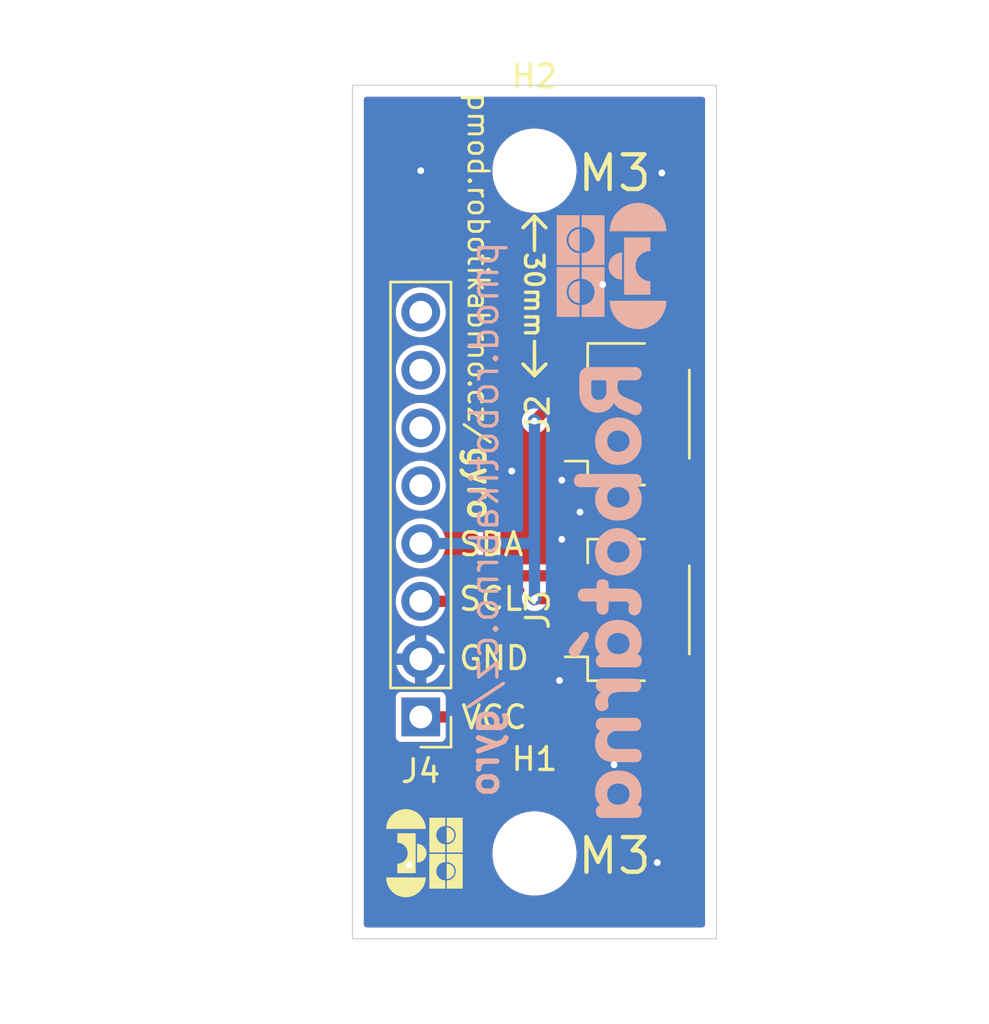
<source format=kicad_pcb>
(kicad_pcb (version 20241229) (generator "pcbnew") (generator_version "9.0")
  (layers (0 "F.Cu" signal "Front") (2 "B.Cu" signal "Back") (13 "F.Paste" user) (15 "B.Paste" user) (5 "F.SilkS" user "F.Silkscreen") (7 "B.SilkS" user "B.Silkscreen") (1 "F.Mask" user) (3 "B.Mask" user) (25 "Edge.Cuts" user))
  (net 0 "")
  (net 1 "GND")
  (net 2 "VCC")
  (net 3 "Net-(J2-Pin_3)")
  (net 4 "Net-(J2-Pin_4)")
  (footprint "Connector_JST:JST_SH_SM04B-SRSS-TB_1x04-1MP_P1.00mm_Horizontal" (layer "F.Cu") (at 143.125 100.3 90)
    (property "Reference" "J3")
    (property "Value" "Conn_01x04_Pin")
  )
  (footprint "MountingHole:MountingHole_3.2mm_M3" (layer "F.Cu") (at 139 81)
    (property "Reference" "H2")
    (property "Value" "MountingHole")
  )
  (footprint "Connector_PinHeader_2.54mm:PinHeader_1x08_P2.54mm_Vertical" (layer "F.Cu") (at 134 105 180)
    (property "Reference" "J4")
    (property "Value" "Conn_01x08_Pin")
  )
  (footprint "Connector_JST:JST_SH_SM04B-SRSS-TB_1x04-1MP_P1.00mm_Horizontal" (layer "F.Cu") (at 143.125 91.7 90)
    (property "Reference" "J2")
    (property "Value" "Conn_01x04_Pin")
  )
  (footprint "MountingHole:MountingHole_3.2mm_M3" (layer "F.Cu") (at 139 111)
    (property "Reference" "H1")
    (property "Value" "MountingHole")
  )
  (gr_line (start 139 89) (end 139 90) (stroke (width 0.1524)) (layer "F.SilkS"))
  (gr_line (start 139 90) (end 138.5 89.5) (stroke (width 0.1524)) (layer "F.SilkS"))
  (gr_line (start 139.5 89.5) (end 139 90) (stroke (width 0.1524)) (layer "F.SilkS"))
  (gr_line (start 139 84) (end 139 84.5) (stroke (width 0.1524)) (layer "F.SilkS"))
  (gr_poly (pts (xy 135.142621 110.956189) (xy 135.142621 110.592369) (xy 135.162995 110.591848) (xy 135.183102 110.590302) (xy 135.202916 110.587757) (xy 135.222413 110.584237) (xy 135.241568 110.579768) (xy 135.260355 110.574375) (xy 135.278752 110.568083) (xy 135.296731 110.560916) (xy 135.314269 110.552901) (xy 135.33134 110.544063) (xy 135.34792 110.534425) (xy 135.363984 110.524015) (xy 135.379506 110.512856) (xy 135.394463 110.500974) (xy 135.408829 110.488395) (xy 135.422579 110.475142) (xy 135.435688 110.461242) (xy 135.448132 110.44672) (xy 135.459886 110.4316) (xy 135.470924 110.415908) (xy 135.481222 110.399669) (xy 135.490756 110.382908) (xy 135.499499 110.365651) (xy 135.507428 110.347922) (xy 135.514517 110.329746) (xy 135.520741 110.311149) (xy 135.526076 110.292156) (xy 135.530497 110.272792) (xy 135.533979 110.253082) (xy 135.536497 110.233052) (xy 135.538026 110.212725) (xy 135.538541 110.192129) (xy 135.538026 110.17153) (xy 135.536497 110.151202) (xy 135.533979 110.13117) (xy 135.530497 110.111459) (xy 135.526076 110.092093) (xy 135.520741 110.073099) (xy 135.514517 110.054501) (xy 135.507428 110.036324) (xy 135.499499 110.018594) (xy 135.490756 110.001336) (xy 135.481222 109.984574) (xy 135.470924 109.968334) (xy 135.459886 109.952641) (xy 135.448132 109.937521) (xy 135.435688 109.922998) (xy 135.422579 109.909098) (xy 135.408829 109.895845) (xy 135.394463 109.883265) (xy 135.379506 109.871383) (xy 135.363984 109.860224) (xy 135.34792 109.849813) (xy 135.33134 109.840176) (xy 135.314269 109.831337) (xy 135.296731 109.823321) (xy 135.278752 109.816155) (xy 135.260355 109.809863) (xy 135.241568 109.804469) (xy 135.222413 109.8) (xy 135.202916 109.79648) (xy 135.183102 109.793935) (xy 135.162995 109.79239) (xy 135.142621 109.791869) (xy 135.142621 109.428059) (xy 135.845571 109.428059) (xy 135.845571 110.956189)) (fill yes) (layer "F.SilkS"))
  (gr_poly (pts (xy 135.059417 111.38256) (xy 135.039311 111.384105) (xy 135.019496 111.38665) (xy 135 111.39017) (xy 134.980845 111.394639) (xy 134.962057 111.400033) (xy 134.943661 111.406325) (xy 134.925681 111.413491) (xy 134.908144 111.421507) (xy 134.891072 111.430345) (xy 134.874492 111.439983) (xy 134.858429 111.450394) (xy 134.842906 111.461553) (xy 134.827949 111.473435) (xy 134.813584 111.486015) (xy 134.799834 111.499267) (xy 134.786724 111.513168) (xy 134.77428 111.527691) (xy 134.762526 111.542811) (xy 134.751488 111.558504) (xy 134.74119 111.574744) (xy 134.731657 111.591505) (xy 134.722913 111.608764) (xy 134.714984 111.626494) (xy 134.707895 111.644671) (xy 134.701671 111.663269) (xy 134.696336 111.682263) (xy 134.691915 111.701629) (xy 134.688433 111.72134) (xy 134.685915 111.741372) (xy 134.684386 111.7617) (xy 134.683871 111.782299) (xy 134.684386 111.802895) (xy 134.685915 111.823221) (xy 134.688433 111.843252) (xy 134.691915 111.862962) (xy 134.696336 111.882326) (xy 134.701671 111.901319) (xy 134.707895 111.919916) (xy 134.714984 111.938092) (xy 134.722913 111.955821) (xy 134.731657 111.973078) (xy 134.74119 111.989839) (xy 134.751488 112.006078) (xy 134.762526 112.02177) (xy 134.77428 112.03689) (xy 134.786724 112.051412) (xy 134.799834 112.065312) (xy 134.813584 112.078565) (xy 134.827949 112.091144) (xy 134.842906 112.103026) (xy 134.858429 112.114185) (xy 134.874492 112.124595) (xy 134.891072 112.134232) (xy 134.908144 112.143071) (xy 134.925681 112.151086) (xy 134.943661 112.158252) (xy 134.962057 112.164545) (xy 134.980845 112.169938) (xy 135 112.174407) (xy 135.019496 112.177927) (xy 135.039311 112.180472) (xy 135.059417 112.182018) (xy 135.079791 112.182539) (xy 135.079791 112.546358) (xy 134.376841 112.546358) (xy 134.376841 111.018229) (xy 135.079791 111.018229) (xy 135.079791 111.382039)) (fill yes) (layer "F.SilkS"))
  (gr_poly (pts (xy 134.253468 111.009468) (xy 134.252546 111.024338) (xy 134.251062 111.039182) (xy 134.249019 111.053982) (xy 134.246423 111.068718) (xy 134.243279 111.083373) (xy 134.23959 111.097929) (xy 134.235363 111.112368) (xy 134.230603 111.126671) (xy 134.225313 111.140821) (xy 134.2195 111.154798) (xy 134.213167 111.168586) (xy 134.20632 111.182166) (xy 134.198964 111.195519) (xy 134.191103 111.208628) (xy 134.182743 111.221474) (xy 134.173889 111.234039) (xy 134.164545 111.246305) (xy 134.154715 111.258255) (xy 134.144406 111.269869) (xy 134.133623 111.281129) (xy 134.122368 111.292019) (xy 134.110649 111.302518) (xy 134.09847 111.312609) (xy 134.085835 111.322275) (xy 134.072749 111.331496) (xy 134.059218 111.340255) (xy 134.045247 111.348533) (xy 134.030839 111.356313) (xy 134.016001 111.363576) (xy 134.000736 111.370304) (xy 133.985051 111.376479) (xy 133.971014 111.381473) (xy 133.958182 111.38563) (xy 133.946436 111.389032) (xy 133.935657 111.391761) (xy 133.925724 111.3939) (xy 133.916519 111.395532) (xy 133.907921 111.396739) (xy 133.899812 111.397605) (xy 133.892072 111.398212) (xy 133.884582 111.398642) (xy 133.869872 111.399304) (xy 133.862414 111.399701) (xy 133.854727 111.400252) (xy 133.846693 111.401041) (xy 133.838191 111.402149) (xy 133.837021 111.399969) (xy 133.837474 111.387038) (xy 133.837677 111.374165) (xy 133.837585 111.348453) (xy 133.837259 111.322551) (xy 133.837211 111.296179) (xy 133.838981 110.988079) (xy 133.841478 110.780515) (xy 133.841922 110.657164) (xy 133.841389 110.608598) (xy 133.840141 110.575629) (xy 133.842691 110.573279) (xy 133.915181 110.583169) (xy 133.930603 110.586416) (xy 133.945859 110.590286) (xy 133.960935 110.594763) (xy 133.975813 110.599833) (xy 134.004914 110.61169) (xy 134.033032 110.625737) (xy 134.06004 110.641856) (xy 134.085808 110.659927) (xy 134.110208 110.679831) (xy 134.13311 110.701449) (xy 134.154386 110.72466) (xy 134.173906 110.749347) (xy 134.191543 110.775389) (xy 134.207168 110.802667) (xy 134.22065 110.831063) (xy 134.226548 110.845642) (xy 134.231863 110.860456) (xy 134.236577 110.87549) (xy 134.240676 110.890728) (xy 134.244142 110.906156) (xy 134.246961 110.921759) (xy 134.248337 110.930832) (xy 134.249629 110.940219) (xy 134.250806 110.949767) (xy 134.251835 110.959325) (xy 134.252683 110.968738) (xy 134.253319 110.977855) (xy 134.253709 110.986523) (xy 134.253821 110.994589)) (fill yes) (layer "F.SilkS"))
  (gr_poly (pts (xy 134.219371 109.926279) (xy 134.149979 109.923226) (xy 134.047743 109.921478) (xy 133.788058 109.92083) (xy 133.351051 109.923429) (xy 132.702431 109.923209) (xy 132.646906 109.922766) (xy 132.592374 109.921746) (xy 132.538243 109.921226) (xy 132.511143 109.921489) (xy 132.483921 109.922279) (xy 132.479332 109.919769) (xy 132.481776 109.901886) (xy 132.48354 109.884983) (xy 132.484801 109.868809) (xy 132.485734 109.853113) (xy 132.487317 109.822156) (xy 132.488319 109.806393) (xy 132.489695 109.790106) (xy 132.491622 109.773047) (xy 132.494275 109.754963) (xy 132.497829 109.735604) (xy 132.50246 109.714721) (xy 132.508344 109.692062) (xy 132.515657 109.667377) (xy 132.524574 109.640417) (xy 132.535271 109.610929) (xy 132.54847 109.577988) (xy 132.562829 109.545941) (xy 132.578308 109.514797) (xy 132.594869 109.484566) (xy 132.612476 109.45526) (xy 132.631088 109.426887) (xy 132.650668 109.399458) (xy 132.671177 109.372984) (xy 132.692578 109.347473) (xy 132.714832 109.322936) (xy 132.7379 109.299384) (xy 132.761744 109.276826) (xy 132.786327 109.255273) (xy 132.811609 109.234733) (xy 132.837552 109.215219) (xy 132.864119 109.196739) (xy 132.89127 109.179304) (xy 132.918968 109.162923) (xy 132.947175 109.147608) (xy 132.975851 109.133367) (xy 133.004959 109.120212) (xy 133.03446 109.108152) (xy 133.064316 109.097197) (xy 133.094489 109.087357) (xy 133.124941 109.078642) (xy 133.155632 109.071063) (xy 133.186526 109.06463) (xy 133.217583 109.059352) (xy 133.248765 109.05524) (xy 133.280035 109.052304) (xy 133.311353 109.050553) (xy 133.342681 109.049999) (xy 133.359658 109.050344) (xy 133.377897 109.05128) (xy 133.39708 109.052737) (xy 133.416884 109.054645) (xy 133.436989 109.056934) (xy 133.457074 109.059535) (xy 133.476819 109.062376) (xy 133.495901 109.065389) (xy 133.528712 109.071523) (xy 133.561147 109.079019) (xy 133.593174 109.087843) (xy 133.624762 109.097961) (xy 133.655881 109.109338) (xy 133.686498 109.121942) (xy 133.746104 109.150691) (xy 133.803331 109.183933) (xy 133.85793 109.221397) (xy 133.909651 109.26281) (xy 133.958244 109.307898) (xy 134.00346 109.356389) (xy 134.045049 109.40801) (xy 134.082762 109.462489) (xy 134.11635 109.519553) (xy 134.145562 109.578928) (xy 134.170149 109.640343) (xy 134.180631 109.67173) (xy 134.189862 109.703524) (xy 134.197813 109.735692) (xy 134.204451 109.768199) (xy 134.224351 109.920939)) (fill yes) (layer "F.SilkS"))
  (gr_line (start 139 83) (end 139.5 83.5) (stroke (width 0.1524)) (layer "F.SilkS"))
  (gr_line (start 138.5 89.5) (end 139 90) (stroke (width 0.1524)) (layer "F.SilkS"))
  (gr_line (start 139 90) (end 139 89) (stroke (width 0.1524)) (layer "F.SilkS"))
  (gr_line (start 139 84) (end 139 83) (stroke (width 0.1524)) (layer "F.SilkS"))
  (gr_line (start 139 83) (end 139 84) (stroke (width 0.1524)) (layer "F.SilkS"))
  (gr_line (start 139.5 83.5) (end 139 83) (stroke (width 0.1524)) (layer "F.SilkS"))
  (gr_poly (pts (xy 135.141621 112.546358) (xy 135.141621 112.182539) (xy 135.161995 112.182018) (xy 135.182102 112.180472) (xy 135.201916 112.177927) (xy 135.221413 112.174407) (xy 135.240568 112.169938) (xy 135.259355 112.164545) (xy 135.277751 112.158252) (xy 135.295731 112.151086) (xy 135.313269 112.143071) (xy 135.33034 112.134232) (xy 135.34692 112.124595) (xy 135.362983 112.114185) (xy 135.378506 112.103026) (xy 135.393463 112.091144) (xy 135.407829 112.078565) (xy 135.421579 112.065312) (xy 135.434688 112.051412) (xy 135.447132 112.03689) (xy 135.458886 112.02177) (xy 135.469924 112.006078) (xy 135.480222 111.989839) (xy 135.489756 111.973078) (xy 135.498499 111.955821) (xy 135.506428 111.938092) (xy 135.513517 111.919916) (xy 135.519741 111.901319) (xy 135.525076 111.882326) (xy 135.529497 111.862962) (xy 135.532979 111.843252) (xy 135.535497 111.823221) (xy 135.537026 111.802895) (xy 135.537541 111.782299) (xy 135.537026 111.7617) (xy 135.535497 111.741372) (xy 135.532979 111.72134) (xy 135.529497 111.701629) (xy 135.525076 111.682263) (xy 135.519741 111.663269) (xy 135.513517 111.644671) (xy 135.506428 111.626494) (xy 135.498499 111.608764) (xy 135.489756 111.591505) (xy 135.480222 111.574744) (xy 135.469924 111.558504) (xy 135.458886 111.542811) (xy 135.447132 111.527691) (xy 135.434688 111.513168) (xy 135.421579 111.499267) (xy 135.407829 111.486015) (xy 135.393463 111.473435) (xy 135.378506 111.461553) (xy 135.362983 111.450394) (xy 135.34692 111.439983) (xy 135.33034 111.430345) (xy 135.313269 111.421507) (xy 135.295731 111.413491) (xy 135.277751 111.406325) (xy 135.259355 111.400033) (xy 135.240568 111.394639) (xy 135.221413 111.39017) (xy 135.201916 111.38665) (xy 135.182102 111.384105) (xy 135.161995 111.38256) (xy 135.141621 111.382039) (xy 135.141621 111.018229) (xy 135.844571 111.018229) (xy 135.844571 112.546358)) (fill yes) (layer "F.SilkS"))
  (gr_line (start 138.5 83.5) (end 139 83) (stroke (width 0.1524)) (layer "F.SilkS"))
  (gr_poly (pts (xy 134.204451 112.205578) (xy 134.197813 112.238085) (xy 134.189862 112.270253) (xy 134.180631 112.302047) (xy 134.170149 112.333434) (xy 134.145562 112.394848) (xy 134.11635 112.454223) (xy 134.082762 112.511286) (xy 134.045049 112.565764) (xy 134.00346 112.617384) (xy 133.958244 112.665874) (xy 133.909651 112.710962) (xy 133.85793 112.752373) (xy 133.803331 112.789836) (xy 133.746104 112.823078) (xy 133.686498 112.851826) (xy 133.655881 112.864429) (xy 133.624762 112.875807) (xy 133.593174 112.885925) (xy 133.561147 112.894749) (xy 133.528712 112.902245) (xy 133.495901 112.908378) (xy 133.476819 112.911391) (xy 133.457074 112.914232) (xy 133.436989 112.916833) (xy 133.416884 112.919122) (xy 133.39708 112.92103) (xy 133.377897 112.922487) (xy 133.359658 112.923423) (xy 133.342681 112.923768) (xy 133.311353 112.923214) (xy 133.280035 112.921463) (xy 133.248765 112.918527) (xy 133.217583 112.914415) (xy 133.186526 112.909137) (xy 133.155632 112.902704) (xy 133.124941 112.895125) (xy 133.094489 112.88641) (xy 133.064316 112.876571) (xy 133.03446 112.865616) (xy 133.004959 112.853555) (xy 132.975851 112.8404) (xy 132.947175 112.826159) (xy 132.918968 112.810844) (xy 132.89127 112.794464) (xy 132.864119 112.777028) (xy 132.837552 112.758548) (xy 132.811609 112.739034) (xy 132.786327 112.718495) (xy 132.761744 112.696941) (xy 132.7379 112.674383) (xy 132.714832 112.650831) (xy 132.692578 112.626294) (xy 132.671177 112.600784) (xy 132.650668 112.574309) (xy 132.631088 112.54688) (xy 132.612476 112.518507) (xy 132.594869 112.489201) (xy 132.578308 112.458971) (xy 132.562829 112.427827) (xy 132.54847 112.395779) (xy 132.535271 112.362838) (xy 132.524574 112.333351) (xy 132.515657 112.30639) (xy 132.508344 112.281705) (xy 132.50246 112.259047) (xy 132.497829 112.238163) (xy 132.494275 112.218805) (xy 132.491622 112.200721) (xy 132.489695 112.183661) (xy 132.488319 112.167375) (xy 132.487317 112.151612) (xy 132.485734 112.120654) (xy 132.484801 112.104958) (xy 132.48354 112.088784) (xy 132.481776 112.071881) (xy 132.479332 112.053999) (xy 132.483921 112.051488) (xy 132.511143 112.052279) (xy 132.538243 112.052541) (xy 132.592374 112.052021) (xy 132.646906 112.051002) (xy 132.702431 112.050558) (xy 133.351051 112.050338) (xy 133.788058 112.052937) (xy 134.047743 112.052289) (xy 134.149979 112.050541) (xy 134.219371 112.047488) (xy 134.224351 112.052838)) (fill yes) (layer "F.SilkS"))
  (gr_poly (pts (xy 135.478895 111.797293) (xy 135.477585 111.814439) (xy 135.475433 111.831344) (xy 135.47246 111.847988) (xy 135.468686 111.864349) (xy 135.464134 111.880406) (xy 135.458825 111.896137) (xy 135.452779 111.911521) (xy 135.446018 111.926536) (xy 135.438563 111.941162) (xy 135.430436 111.955376) (xy 135.421656 111.969157) (xy 135.412247 111.982484) (xy 135.402228 111.995336) (xy 135.391621 112.00769) (xy 135.380447 112.019526) (xy 135.368728 112.030822) (xy 135.356485 112.041557) (xy 135.343738 112.05171) (xy 135.330509 112.061258) (xy 135.31682 112.070181) (xy 135.30269 112.078457) (xy 135.288143 112.086064) (xy 135.273198 112.092982) (xy 135.257877 112.099189) (xy 135.242201 112.104664) (xy 135.226192 112.109384) (xy 135.20987 112.113329) (xy 135.193256 112.116478) (xy 135.176373 112.118808) (xy 135.159241 112.120299) (xy 135.141881 112.120929) (xy 135.142081 111.446159) (xy 135.159442 111.446414) (xy 135.176574 111.447535) (xy 135.193456 111.449502) (xy 135.210068 111.452293) (xy 135.226388 111.455887) (xy 135.242396 111.460263) (xy 135.258068 111.4654) (xy 135.273386 111.471278) (xy 135.288327 111.477875) (xy 135.30287 111.48517) (xy 135.316995 111.493143) (xy 135.330679 111.501772) (xy 135.343902 111.511037) (xy 135.356643 111.520916) (xy 135.36888 111.531389) (xy 135.380592 111.542435) (xy 135.391759 111.554032) (xy 135.402358 111.56616) (xy 135.412369 111.578797) (xy 135.42177 111.591923) (xy 135.430541 111.605517) (xy 135.43866 111.619558) (xy 135.446106 111.634025) (xy 135.452858 111.648896) (xy 135.458895 111.664152) (xy 135.464195 111.67977) (xy 135.468737 111.69573) (xy 135.4725 111.712012) (xy 135.475463 111.728593) (xy 135.477605 111.745454) (xy 135.478905 111.762573) (xy 135.479341 111.779929)) (fill yes) (layer "F.SilkS"))
  (gr_poly (pts (xy 135.059417 109.79239) (xy 135.039311 109.793935) (xy 135.019496 109.79648) (xy 135 109.8) (xy 134.980845 109.804469) (xy 134.962057 109.809863) (xy 134.943661 109.816155) (xy 134.925681 109.823321) (xy 134.908144 109.831337) (xy 134.891072 109.840176) (xy 134.874492 109.849813) (xy 134.858429 109.860224) (xy 134.842906 109.871383) (xy 134.827949 109.883265) (xy 134.813584 109.895845) (xy 134.799834 109.909098) (xy 134.786724 109.922998) (xy 134.77428 109.937521) (xy 134.762526 109.952641) (xy 134.751488 109.968334) (xy 134.74119 109.984574) (xy 134.731657 110.001336) (xy 134.722913 110.018594) (xy 134.714984 110.036324) (xy 134.707895 110.054501) (xy 134.701671 110.073099) (xy 134.696336 110.092093) (xy 134.691915 110.111459) (xy 134.688433 110.13117) (xy 134.685915 110.151202) (xy 134.684386 110.17153) (xy 134.683871 110.192129) (xy 134.684386 110.212725) (xy 134.685915 110.233052) (xy 134.688433 110.253082) (xy 134.691915 110.272792) (xy 134.696336 110.292156) (xy 134.701671 110.311149) (xy 134.707895 110.329746) (xy 134.714984 110.347922) (xy 134.722913 110.365651) (xy 134.731657 110.382908) (xy 134.74119 110.399669) (xy 134.751488 110.415908) (xy 134.762526 110.4316) (xy 134.77428 110.44672) (xy 134.786724 110.461242) (xy 134.799834 110.475142) (xy 134.813584 110.488395) (xy 134.827949 110.500974) (xy 134.842906 110.512856) (xy 134.858429 110.524015) (xy 134.874492 110.534425) (xy 134.891072 110.544063) (xy 134.908144 110.552901) (xy 134.925681 110.560916) (xy 134.943661 110.568083) (xy 134.962057 110.574375) (xy 134.980845 110.579768) (xy 135 110.584237) (xy 135.019496 110.587757) (xy 135.039311 110.590302) (xy 135.059417 110.591848) (xy 135.079791 110.592369) (xy 135.079791 110.956189) (xy 134.376841 110.956189) (xy 134.376841 109.428059) (xy 135.079791 109.428059) (xy 135.079791 109.791869)) (fill yes) (layer "F.SilkS"))
  (gr_line (start 139 83) (end 138.5 83.5) (stroke (width 0.1524)) (layer "F.SilkS"))
  (gr_poly (pts (xy 132.968791 111.866399) (xy 132.968791 111.448268) (xy 132.992206 111.44767) (xy 133.015314 111.445894) (xy 133.038086 111.442969) (xy 133.060493 111.438924) (xy 133.082508 111.433788) (xy 133.1041 111.42759) (xy 133.125242 111.420358) (xy 133.145905 111.412123) (xy 133.166061 111.402911) (xy 133.18568 111.392754) (xy 133.204735 111.381678) (xy 133.223197 111.369714) (xy 133.241037 111.35689) (xy 133.258226 111.343236) (xy 133.274736 111.328779) (xy 133.290539 111.313549) (xy 133.305605 111.297574) (xy 133.319907 111.280885) (xy 133.333415 111.263508) (xy 133.346101 111.245475) (xy 133.357936 111.226812) (xy 133.368893 111.20755) (xy 133.378941 111.187717) (xy 133.388053 111.167342) (xy 133.396201 111.146454) (xy 133.403354 111.125082) (xy 133.409486 111.103254) (xy 133.414567 111.081) (xy 133.418568 111.058349) (xy 133.421462 111.035329) (xy 133.423219 111.011969) (xy 133.423811 110.988299) (xy 133.423219 110.964626) (xy 133.421462 110.941263) (xy 133.418568 110.918241) (xy 133.414567 110.895587) (xy 133.409486 110.873331) (xy 133.403354 110.851501) (xy 133.396201 110.830127) (xy 133.388053 110.809236) (xy 133.378941 110.78886) (xy 133.368893 110.769025) (xy 133.357936 110.749761) (xy 133.346101 110.731097) (xy 133.333415 110.713062) (xy 133.319907 110.695684) (xy 133.305605 110.678993) (xy 133.290539 110.663018) (xy 133.274736 110.647786) (xy 133.258226 110.633328) (xy 133.241037 110.619673) (xy 133.223197 110.606848) (xy 133.204735 110.594883) (xy 133.18568 110.583807) (xy 133.166061 110.573648) (xy 133.145905 110.564437) (xy 133.125242 110.556201) (xy 133.1041 110.548969) (xy 133.082508 110.54277) (xy 133.060493 110.537634) (xy 133.038086 110.533589) (xy 133.015314 110.530664) (xy 132.992206 110.528887) (xy 132.968791 110.528289) (xy 132.968791 110.110179) (xy 133.776661 110.110179) (xy 133.776661 111.866399)) (fill yes) (layer "F.SilkS"))
  (gr_line (start 139 90) (end 139.5 89.5) (stroke (width 0.1524)) (layer "F.SilkS"))
  (gr_poly (pts (xy 135.478895 110.207123) (xy 135.477585 110.224269) (xy 135.475433 110.241174) (xy 135.47246 110.257818) (xy 135.468686 110.27418) (xy 135.464134 110.290236) (xy 135.458825 110.305967) (xy 135.452779 110.321351) (xy 135.446018 110.336367) (xy 135.438563 110.350992) (xy 135.430436 110.365206) (xy 135.421656 110.378987) (xy 135.412247 110.392314) (xy 135.402228 110.405166) (xy 135.391621 110.41752) (xy 135.380447 110.429356) (xy 135.368728 110.440653) (xy 135.356485 110.451388) (xy 135.343738 110.46154) (xy 135.330509 110.471088) (xy 135.31682 110.480011) (xy 135.30269 110.488287) (xy 135.288143 110.495895) (xy 135.273198 110.502813) (xy 135.257877 110.509019) (xy 135.242201 110.514494) (xy 135.226192 110.519214) (xy 135.20987 110.52316) (xy 135.193256 110.526308) (xy 135.176373 110.528638) (xy 135.159241 110.530129) (xy 135.141881 110.530759) (xy 135.142081 109.855989) (xy 135.159442 109.856244) (xy 135.176574 109.857366) (xy 135.193456 109.859332) (xy 135.210068 109.862123) (xy 135.226388 109.865717) (xy 135.242396 109.870093) (xy 135.258068 109.87523) (xy 135.273386 109.881108) (xy 135.288327 109.887705) (xy 135.30287 109.895001) (xy 135.316995 109.902973) (xy 135.330679 109.911603) (xy 135.343902 109.920868) (xy 135.356643 109.930747) (xy 135.36888 109.94122) (xy 135.380592 109.952265) (xy 135.391759 109.963862) (xy 135.402358 109.97599) (xy 135.412369 109.988627) (xy 135.42177 110.001754) (xy 135.430541 110.015348) (xy 135.43866 110.029388) (xy 135.446106 110.043855) (xy 135.452858 110.058727) (xy 135.458895 110.073982) (xy 135.464195 110.0896) (xy 135.468737 110.105561) (xy 135.4725 110.121842) (xy 135.475463 110.138424) (xy 135.477605 110.155284) (xy 135.478905 110.172403) (xy 135.479341 110.189759)) (fill yes) (layer "F.SilkS"))
  (gr_line (start 139 89) (end 139 88.5) (stroke (width 0.1524)) (layer "F.SilkS"))
  (gr_poly (pts (xy 140.983412 87.423684) (xy 140.983412 86.902235) (xy 140.95421 86.901488) (xy 140.925392 86.899273) (xy 140.896992 86.895625) (xy 140.869047 86.89058) (xy 140.841592 86.884174) (xy 140.814663 86.876443) (xy 140.788295 86.867424) (xy 140.762524 86.857152) (xy 140.737387 86.845664) (xy 140.712917 86.832995) (xy 140.689152 86.819181) (xy 140.666127 86.80426) (xy 140.643877 86.788266) (xy 140.622438 86.771235) (xy 140.601846 86.753205) (xy 140.582137 86.73421) (xy 140.563346 86.714287) (xy 140.545508 86.693472) (xy 140.52866 86.671801) (xy 140.512838 86.64931) (xy 140.498076 86.626035) (xy 140.484411 86.602012) (xy 140.471877 86.577278) (xy 140.460512 86.551868) (xy 140.45035 86.525818) (xy 140.441428 86.499164) (xy 140.43378 86.471943) (xy 140.427442 86.44419) (xy 140.422451 86.415942) (xy 140.418842 86.387234) (xy 140.41665 86.358103) (xy 140.415912 86.328585) (xy 140.41665 86.299062) (xy 140.418842 86.269927) (xy 140.422451 86.241215) (xy 140.427442 86.212963) (xy 140.43378 86.185207) (xy 140.441428 86.157982) (xy 140.45035 86.131326) (xy 140.460512 86.105273) (xy 140.471877 86.07986) (xy 140.484411 86.055123) (xy 140.498076 86.031099) (xy 140.512838 86.007822) (xy 140.52866 85.985329) (xy 140.545508 85.963657) (xy 140.563346 85.94284) (xy 140.582137 85.922916) (xy 140.601846 85.90392) (xy 140.622438 85.885889) (xy 140.643877 85.868857) (xy 140.666127 85.852863) (xy 140.689152 85.83794) (xy 140.712917 85.824126) (xy 140.737387 85.811457) (xy 140.762524 85.799968) (xy 140.788295 85.789696) (xy 140.814663 85.780677) (xy 140.841592 85.772946) (xy 140.869047 85.76654) (xy 140.896992 85.761495) (xy 140.925392 85.757847) (xy 140.95421 85.755631) (xy 140.983412 85.754885) (xy 140.983412 85.233435) (xy 139.975862 85.233435) (xy 139.975862 87.423684)) (fill yes) (layer "B.SilkS"))
  (gr_poly (pts (xy 144.097712 86.449135) (xy 144.097712 85.849835) (xy 144.06415 85.848977) (xy 144.031028 85.846431) (xy 143.998388 85.842238) (xy 143.966271 85.836439) (xy 143.934717 85.829077) (xy 143.903768 85.820192) (xy 143.873464 85.809826) (xy 143.843846 85.798021) (xy 143.814956 85.784817) (xy 143.786835 85.770257) (xy 143.759523 85.754381) (xy 143.733061 85.737231) (xy 143.70749 85.718849) (xy 143.682852 85.699276) (xy 143.659188 85.678553) (xy 143.636537 85.656722) (xy 143.614942 85.633825) (xy 143.594443 85.609902) (xy 143.575081 85.584995) (xy 143.556898 85.559146) (xy 143.539933 85.532396) (xy 143.524229 85.504787) (xy 143.509826 85.476359) (xy 143.496765 85.447155) (xy 143.485087 85.417216) (xy 143.474834 85.386583) (xy 143.466045 85.355297) (xy 143.458762 85.323401) (xy 143.453027 85.290935) (xy 143.448879 85.257941) (xy 143.446361 85.224461) (xy 143.445512 85.190535) (xy 143.446361 85.156605) (xy 143.448879 85.123121) (xy 143.453027 85.090123) (xy 143.458762 85.057655) (xy 143.466045 85.025756) (xy 143.474834 84.994469) (xy 143.485087 84.963834) (xy 143.496765 84.933894) (xy 143.509826 84.904689) (xy 143.524229 84.876261) (xy 143.539933 84.848651) (xy 143.556898 84.821901) (xy 143.575081 84.796053) (xy 143.594443 84.771147) (xy 143.614942 84.747225) (xy 143.636537 84.724329) (xy 143.659188 84.702499) (xy 143.682852 84.681778) (xy 143.70749 84.662206) (xy 143.733061 84.643826) (xy 143.759523 84.626677) (xy 143.786835 84.610803) (xy 143.814956 84.596244) (xy 143.843846 84.583042) (xy 143.873464 84.571238) (xy 143.903768 84.560873) (xy 143.934717 84.55199) (xy 143.966271 84.544629) (xy 143.998388 84.538831) (xy 144.031028 84.534639) (xy 144.06415 84.532093) (xy 144.097712 84.531235) (xy 144.097712 83.931935) (xy 142.939762 83.931935) (xy 142.939762 86.449135)) (fill yes) (layer "B.SilkS"))
  (gr_poly (pts (xy 141.101214 85.755631) (xy 141.130032 85.757847) (xy 141.158432 85.761495) (xy 141.186377 85.76654) (xy 141.213832 85.772946) (xy 141.240761 85.780677) (xy 141.267129 85.789696) (xy 141.292899 85.799968) (xy 141.318037 85.811457) (xy 141.342507 85.824126) (xy 141.366272 85.83794) (xy 141.389297 85.852863) (xy 141.411547 85.868857) (xy 141.432986 85.885889) (xy 141.453578 85.90392) (xy 141.473287 85.922916) (xy 141.492078 85.94284) (xy 141.509916 85.963657) (xy 141.526764 85.985329) (xy 141.542586 86.007822) (xy 141.557348 86.031099) (xy 141.571014 86.055123) (xy 141.583547 86.07986) (xy 141.594912 86.105273) (xy 141.605074 86.131326) (xy 141.613997 86.157982) (xy 141.621644 86.185207) (xy 141.627982 86.212963) (xy 141.632973 86.241215) (xy 141.636582 86.269927) (xy 141.638774 86.299062) (xy 141.639512 86.328585) (xy 141.638774 86.358103) (xy 141.636582 86.387234) (xy 141.632973 86.415942) (xy 141.627982 86.44419) (xy 141.621644 86.471943) (xy 141.613997 86.499164) (xy 141.605074 86.525818) (xy 141.594912 86.551868) (xy 141.583547 86.577278) (xy 141.571014 86.602012) (xy 141.557348 86.626035) (xy 141.542586 86.64931) (xy 141.526764 86.671801) (xy 141.509916 86.693472) (xy 141.492078 86.714287) (xy 141.473287 86.73421) (xy 141.453578 86.753205) (xy 141.432986 86.771235) (xy 141.411547 86.788266) (xy 141.389297 86.80426) (xy 141.366272 86.819181) (xy 141.342507 86.832995) (xy 141.318037 86.845664) (xy 141.2929 86.857152) (xy 141.267129 86.867424) (xy 141.240761 86.876443) (xy 141.213832 86.884174) (xy 141.186377 86.89058) (xy 141.158432 86.895625) (xy 141.130032 86.899273) (xy 141.101214 86.901488) (xy 141.072012 86.902235) (xy 141.072012 87.423684) (xy 142.079562 87.423684) (xy 142.079562 85.233435) (xy 141.072012 85.233435) (xy 141.072012 85.754885)) (fill yes) (layer "B.SilkS"))
  (gr_poly (pts (xy 140.981962 85.144535) (xy 140.981962 84.623035) (xy 140.952761 84.622289) (xy 140.923943 84.620074) (xy 140.895544 84.616426) (xy 140.867599 84.611382) (xy 140.840145 84.604977) (xy 140.813217 84.597247) (xy 140.786851 84.588229) (xy 140.761082 84.577959) (xy 140.735946 84.566472) (xy 140.711479 84.553805) (xy 140.687716 84.539993) (xy 140.664693 84.525073) (xy 140.642445 84.50908) (xy 140.621009 84.492051) (xy 140.600419 84.474022) (xy 140.580712 84.455029) (xy 140.561923 84.435107) (xy 140.544088 84.414293) (xy 140.527242 84.392622) (xy 140.511422 84.370132) (xy 140.496662 84.346857) (xy 140.482999 84.322835) (xy 140.470468 84.2981) (xy 140.459104 84.272689) (xy 140.448944 84.246638) (xy 140.440023 84.219983) (xy 140.432376 84.19276) (xy 140.42604 84.165004) (xy 140.42105 84.136753) (xy 140.417442 84.108042) (xy 140.41525 84.078908) (xy 140.414512 84.049385) (xy 140.41525 84.019862) (xy 140.417442 83.990727) (xy 140.42105 83.962015) (xy 140.42604 83.933763) (xy 140.432376 83.906007) (xy 140.440023 83.878782) (xy 140.448944 83.852126) (xy 140.459104 83.826073) (xy 140.470468 83.80066) (xy 140.482999 83.775924) (xy 140.496662 83.751899) (xy 140.511422 83.728622) (xy 140.527242 83.706129) (xy 140.544088 83.684457) (xy 140.561923 83.66364) (xy 140.580712 83.643716) (xy 140.600419 83.62472) (xy 140.621009 83.606689) (xy 140.642445 83.589658) (xy 140.664693 83.573663) (xy 140.687716 83.55874) (xy 140.711479 83.544927) (xy 140.735946 83.532257) (xy 140.761082 83.520768) (xy 140.786851 83.510496) (xy 140.813217 83.501477) (xy 140.840145 83.493746) (xy 140.867599 83.48734) (xy 140.895544 83.482295) (xy 140.923943 83.478647) (xy 140.952761 83.476431) (xy 140.981962 83.475685) (xy 140.981962 82.954235) (xy 139.974412 82.954235) (xy 139.974412 85.144535)) (fill yes) (layer "B.SilkS"))
  (gr_poly (pts (xy 142.298112 86.716335) (xy 142.298112 86.716334) (xy 142.298112 86.716335)) (fill yes) (layer "B.SilkS"))
  (gr_poly (pts (xy 141.664472 104.38572) (xy 141.6654 104.406904) (xy 141.666949 104.427884) (xy 141.669118 104.448659) (xy 141.671909 104.469227) (xy 141.675321 104.489588) (xy 141.679355 104.509741) (xy 141.684012 104.529683) (xy 141.687506 104.541132) (xy 141.69139 104.552322) (xy 141.695662 104.563253) (xy 141.700323 104.573925) (xy 141.705372 104.584338) (xy 141.71081 104.594493) (xy 141.716636 104.60439) (xy 141.722849 104.614028) (xy 141.729451 104.623407) (xy 141.736441 104.632528) (xy 141.743818 104.641391) (xy 141.751582 104.649996) (xy 141.759734 104.658342) (xy 141.768273 104.666431) (xy 141.777199 104.674262) (xy 141.786512 104.681834) (xy 141.796109 104.689036) (xy 141.805888 104.695775) (xy 141.815848 104.702049) (xy 141.825989 104.707858) (xy 141.836312 104.713204) (xy 141.846816 104.718085) (xy 141.857502 104.722501) (xy 141.868368 104.726453) (xy 141.879416 104.72994) (xy 141.890644 104.732962) (xy 141.902054 104.73552) (xy 141.913644 104.737613) (xy 141.925415 104.739241) (xy 141.937367 104.740403) (xy 141.949499 104.741101) (xy 141.961812 104.741334) (xy 141.978981 104.740985) (xy 141.995761 104.739939) (xy 142.012154 104.738196) (xy 142.02816 104.735755) (xy 142.043777 104.732616) (xy 142.059008 104.72878) (xy 142.07385 104.724246) (xy 142.088306 104.719015) (xy 142.102374 104.713085) (xy 142.116055 104.706458) (xy 142.129348 104.699133) (xy 142.142255 104.691109) (xy 142.154775 104.682388) (xy 142.166907 104.672968) (xy 142.178653 104.66285) (xy 142.190012 104.652034) (xy 142.200716 104.640761) (xy 142.210517 104.629255) (xy 142.219415 104.617516) (xy 142.227409 104.605543) (xy 142.234499 104.593338) (xy 142.240686 104.580899) (xy 142.245969 104.568227) (xy 142.250349 104.555321) (xy 142.253826 104.542183) (xy 142.256399 104.528811) (xy 142.258068 104.515206) (xy 142.258834 104.501368) (xy 142.258696 104.487297) (xy 142.257655 104.472993) (xy 142.25571 104.458455) (xy 142.252862 104.443684) (xy 142.248205 104.422195) (xy 142.244171 104.400701) (xy 142.240759 104.379206) (xy 142.237968 104.357709) (xy 142.235799 104.336212) (xy 142.23425 104.314716) (xy 142.233321 104.293223) (xy 142.233012 104.271733) (xy 142.233425 104.252918) (xy 142.234664 104.234517) (xy 142.23673 104.216529) (xy 142.239622 104.198955) (xy 142.243341 104.181795) (xy 142.247886 104.165049) (xy 142.253257 104.148716) (xy 142.259456 104.132797) (xy 142.266481 104.117291) (xy 142.274333 104.1022) (xy 142.283012 104.087521) (xy 142.292517 104.073257) (xy 142.30285 104.059406) (xy 142.31401 104.045969) (xy 142.325998 104.032945) (xy 142.338812 104.020335) (xy 142.352893 104.008251) (xy 142.368681 103.996785) (xy 142.386174 103.985938) (xy 142.405373 103.97571) (xy 142.426278 103.966102) (xy 142.448888 103.957112) (xy 142.473204 103.948742) (xy 142.499225 103.940991) (xy 142.52695 103.933859) (xy 142.556381 103.927347) (xy 142.587517 103.921454) (xy 142.620357 103.91618) (xy 142.654902 103.911527) (xy 142.691151 103.907493) (xy 142.729104 103.904078) (xy 142.768762 103.901284) (xy 143.430212 103.901284) (xy 143.444131 103.900961) (xy 143.457765 103.899993) (xy 143.471113 103.898379) (xy 143.484177 103.896119) (xy 143.496955 103.893213) (xy 143.509448 103.889662) (xy 143.521656 103.885465) (xy 143.53358 103.880623) (xy 143.54522 103.875134) (xy 143.556576 103.869) (xy 143.567649 103.86222) (xy 143.578438 103.854795) (xy 143.588943 103.846723) (xy 143.599165 103.838006) (xy 143.609105 103.828643) (xy 143.618762 103.818635) (xy 143.627971 103.808153) (xy 143.636586 103.797387) (xy 143.644607 103.786338) (xy 143.652034 103.775005) (xy 143.658866 103.763388) (xy 143.665105 103.751488) (xy 143.670749 103.739304) (xy 143.675799 103.726837) (xy 143.680255 103.714085) (xy 143.684117 103.70105) (xy 143.687385 103.687732) (xy 143.690059 103.67413) (xy 143.692138 103.660244) (xy 143.693624 103.646075) (xy 143.694515 103.631622) (xy 143.694812 103.616885) (xy 143.694528 103.601328) (xy 143.693675 103.586081) (xy 143.692254 103.571145) (xy 143.690265 103.556519) (xy 143.687707 103.542203) (xy 143.684581 103.528198) (xy 143.680887 103.514502) (xy 143.676624 103.501117) (xy 143.671793 103.488041) (xy 143.666394 103.475276) (xy 143.660426 103.46282) (xy 143.65389 103.450674) (xy 143.646785 103.438838) (xy 143.639112 103.427311) (xy 143.630871 103.416094) (xy 143.622062 103.405187) (xy 143.612813 103.394778) (xy 143.603253 103.385042) (xy 143.593383 103.375977) (xy 143.583203 103.367583) (xy 143.572713 103.359861) (xy 143.561912 103.35281) (xy 143.550801 103.346431) (xy 143.53938 103.340723) (xy 143.52765 103.335687) (xy 143.515609 103.331323) (xy 143.503259 103.327629) (xy 143.490599 103.324608) (xy 143.477629 103.322257) (xy 143.464349 103.320579) (xy 143.45076 103.319571) (xy 143.436862 103.319236) (xy 141.955212 103.319236) (xy 141.942092 103.319559) (xy 141.929205 103.320527) (xy 141.916553 103.322141) (xy 141.904135 103.324401) (xy 141.891951 103.327307) (xy 141.88 103.330858) (xy 141.868283 103.335055) (xy 141.8568 103.339898) (xy 141.845549 103.345386) (xy 141.834531 103.351521) (xy 141.823747 103.3583) (xy 141.813195 103.365726) (xy 141.802876 103.373797) (xy 141.792789 103.382514) (xy 141.782934 103.391877) (xy 141.773312 103.401885) (xy 141.764094 103.412419) (xy 141.755471 103.423339) (xy 141.747444 103.434647) (xy 141.740011 103.446342) (xy 141.733174 103.458423) (xy 141.726931 103.470892) (xy 141.721284 103.483748) (xy 141.716231 103.496991) (xy 141.711773 103.510621) (xy 141.707909 103.524639) (xy 141.70464 103.539045) (xy 141.701966 103.553837) (xy 141.699886 103.569018) (xy 141.6984 103.584586) (xy 141.697509 103.600542) (xy 141.697212 103.616885) (xy 141.697483 103.631596) (xy 141.698297 103.645971) (xy 141.699653 103.660011) (xy 141.701553 103.673716) (xy 141.703994 103.687085) (xy 141.706978 103.700119) (xy 141.710505 103.712817) (xy 141.714574 103.725179) (xy 141.719186 103.737206) (xy 141.724341 103.748897) (xy 141.730038 103.760252) (xy 141.736278 103.771271) (xy 141.74306 103.781954) (xy 141.750385 103.7923) (xy 141.758252 103.802311) (xy 141.766662 103.811986) (xy 141.77546 103.821255) (xy 141.784491 103.830032) (xy 141.793755 103.838318) (xy 141.803252 103.846111) (xy 141.812982 103.853413) (xy 141.822945 103.860222) (xy 141.83314 103.86654) (xy 141.843568 103.872366) (xy 141.854229 103.877701) (xy 141.865122 103.882544) (xy 141.876248 103.886896) (xy 141.887607 103.890756) (xy 141.899197 103.894125) (xy 141.91102 103.897002) (xy 141.923075 103.899389) (xy 141.935362 103.901284) (xy 141.92143 103.910585) (xy 141.907757 103.9203) (xy 141.894344 103.930428) (xy 141.881191 103.940969) (xy 141.868297 103.951925) (xy 141.855662 103.963294) (xy 141.843286 103.975076) (xy 141.831168 103.987273) (xy 141.819309 103.999883) (xy 141.807708 104.012906) (xy 141.796365 104.026343) (xy 141.78528 104.040194) (xy 141.774452 104.054459) (xy 141.763882 104.069137) (xy 141.753568 104.084229) (xy 141.743512 104.099734) (xy 141.733903 104.115498) (xy 141.724914 104.131365) (xy 141.716545 104.147335) (xy 141.708796 104.163409) (xy 141.701667 104.179585) (xy 141.695158 104.195865) (xy 141.689269 104.212248) (xy 141.684 104.228733) (xy 141.67935 104.245322) (xy 141.675321 104.262015) (xy 141.671911 104.27881) (xy 141.669121 104.295708) (xy 141.666952 104.31271) (xy 141.665402 104.329814) (xy 141.664472 104.347022) (xy 141.664162 104.364333)) (fill yes) (layer "B.SilkS"))
  (gr_poly (pts (xy 142.326662 86.935234) (xy 142.336177 86.981831) (xy 142.347572 87.02794) (xy 142.360803 87.073514) (xy 142.375826 87.118503) (xy 142.411066 87.206533) (xy 142.452935 87.291638) (xy 142.501074 87.373429) (xy 142.555127 87.451514) (xy 142.614736 87.525502) (xy 142.679543 87.595003) (xy 142.749191 87.659626) (xy 142.823321 87.718981) (xy 142.901576 87.772676) (xy 142.983599 87.820321) (xy 143.069031 87.861525) (xy 143.112914 87.87959) (xy 143.157516 87.895898) (xy 143.202791 87.9104) (xy 143.248695 87.923048) (xy 143.295184 87.933792) (xy 143.342212 87.942584) (xy 143.369559 87.946901) (xy 143.397857 87.950973) (xy 143.426645 87.954698) (xy 143.455462 87.957978) (xy 143.483848 87.960712) (xy 143.511342 87.962799) (xy 143.537483 87.96414) (xy 143.561812 87.964635) (xy 143.606715 87.963843) (xy 143.651603 87.961337) (xy 143.696421 87.957131) (xy 143.741114 87.95124) (xy 143.785628 87.943677) (xy 143.829907 87.934459) (xy 143.873896 87.923598) (xy 143.917541 87.911109) (xy 143.960788 87.897007) (xy 144.00358 87.881307) (xy 144.045863 87.864022) (xy 144.087582 87.845168) (xy 144.128683 87.824758) (xy 144.16911 87.802807) (xy 144.208809 87.77933) (xy 144.247724 87.754341) (xy 144.285801 87.727854) (xy 144.322986 87.699885) (xy 144.359222 87.670447) (xy 144.394455 87.639554) (xy 144.428631 87.607222) (xy 144.461694 87.573465) (xy 144.49359 87.538297) (xy 144.524263 87.501732) (xy 144.55366 87.463786) (xy 144.581724 87.424472) (xy 144.608401 87.383806) (xy 144.633636 87.341801) (xy 144.657375 87.298472) (xy 144.679562 87.253833) (xy 144.700142 87.207899) (xy 144.719062 87.160684) (xy 144.734399 87.118413) (xy 144.747183 87.079764) (xy 144.757667 87.044378) (xy 144.766103 87.011898) (xy 144.772742 86.981963) (xy 144.777836 86.954215) (xy 144.781638 86.928294) (xy 144.784399 86.903841) (xy 144.786372 86.880497) (xy 144.787808 86.857904) (xy 144.790078 86.813531) (xy 144.791415 86.791033) (xy 144.793224 86.767849) (xy 144.795755 86.743619) (xy 144.799262 86.717985) (xy 144.792662 86.714385) (xy 144.753651 86.715519) (xy 144.714812 86.715897) (xy 144.637224 86.71516) (xy 144.559055 86.71371) (xy 144.479462 86.713085) (xy 143.549812 86.712785) (xy 142.923449 86.716491) (xy 142.551248 86.715562) (xy 142.404717 86.713059) (xy 142.305262 86.708685) (xy 142.298112 86.716335)) (fill yes) (layer "B.SilkS"))
  (gr_poly (pts (xy 141.101214 83.476431) (xy 141.130032 83.478647) (xy 141.158432 83.482295) (xy 141.186377 83.48734) (xy 141.213832 83.493746) (xy 141.240761 83.501477) (xy 141.267129 83.510496) (xy 141.292899 83.520768) (xy 141.318037 83.532257) (xy 141.342507 83.544927) (xy 141.366272 83.55874) (xy 141.389297 83.573663) (xy 141.411547 83.589658) (xy 141.432986 83.606689) (xy 141.453578 83.62472) (xy 141.473287 83.643716) (xy 141.492078 83.66364) (xy 141.509916 83.684457) (xy 141.526764 83.706129) (xy 141.542586 83.728622) (xy 141.557348 83.751899) (xy 141.571014 83.775924) (xy 141.583547 83.80066) (xy 141.594912 83.826073) (xy 141.605074 83.852126) (xy 141.613997 83.878782) (xy 141.621644 83.906007) (xy 141.627982 83.933763) (xy 141.632973 83.962015) (xy 141.636582 83.990727) (xy 141.638774 84.019862) (xy 141.639512 84.049385) (xy 141.638774 84.078908) (xy 141.636582 84.108042) (xy 141.632973 84.136753) (xy 141.627982 84.165004) (xy 141.621644 84.19276) (xy 141.613997 84.219983) (xy 141.605074 84.246638) (xy 141.594912 84.272689) (xy 141.583547 84.2981) (xy 141.571014 84.322835) (xy 141.557348 84.346857) (xy 141.542586 84.370132) (xy 141.526764 84.392622) (xy 141.509916 84.414293) (xy 141.492078 84.435107) (xy 141.473287 84.455029) (xy 141.453578 84.474022) (xy 141.432986 84.492051) (xy 141.411547 84.50908) (xy 141.389297 84.525073) (xy 141.366272 84.539993) (xy 141.342507 84.553805) (xy 141.318037 84.566472) (xy 141.2929 84.577959) (xy 141.267129 84.588229) (xy 141.240761 84.597247) (xy 141.213832 84.604977) (xy 141.186377 84.611382) (xy 141.158432 84.616426) (xy 141.130032 84.620074) (xy 141.101214 84.622289) (xy 141.072012 84.623035) (xy 141.072012 85.144535) (xy 142.079562 85.144535) (xy 142.079562 82.954235) (xy 141.072012 82.954235) (xy 141.072012 83.475685)) (fill yes) (layer "B.SilkS"))
  (gr_poly (pts (xy 140.5 86.350074) (xy 140.501876 86.37465) (xy 140.504959 86.398881) (xy 140.509219 86.422737) (xy 140.514626 86.446188) (xy 140.521148 86.469202) (xy 140.528757 86.491749) (xy 140.537421 86.513799) (xy 140.547109 86.53532) (xy 140.557793 86.556282) (xy 140.569441 86.576654) (xy 140.582022 86.596406) (xy 140.595507 86.615507) (xy 140.609866 86.633926) (xy 140.625067 86.651633) (xy 140.641081 86.668597) (xy 140.657876 86.684787) (xy 140.675424 86.700173) (xy 140.693693 86.714723) (xy 140.712652 86.728408) (xy 140.732273 86.741197) (xy 140.752523 86.753058) (xy 140.773374 86.763962) (xy 140.794794 86.773877) (xy 140.816753 86.782773) (xy 140.839221 86.790619) (xy 140.862167 86.797385) (xy 140.885562 86.80304) (xy 140.909374 86.807553) (xy 140.933573 86.810894) (xy 140.958129 86.813031) (xy 140.983012 86.813935) (xy 140.982762 85.846785) (xy 140.957879 85.847153) (xy 140.933324 85.848762) (xy 140.909126 85.851583) (xy 140.885316 85.855584) (xy 140.861924 85.860737) (xy 140.838981 85.86701) (xy 140.816517 85.874374) (xy 140.794562 85.8828) (xy 140.773147 85.892256) (xy 140.752301 85.902713) (xy 140.732056 85.914141) (xy 140.712442 85.92651) (xy 140.693489 85.939789) (xy 140.675227 85.953949) (xy 140.657687 85.96896) (xy 140.640899 85.984791) (xy 140.624894 86.001413) (xy 140.609702 86.018796) (xy 140.595353 86.036909) (xy 140.581877 86.055722) (xy 140.569306 86.075206) (xy 140.557668 86.09533) (xy 140.546996 86.116065) (xy 140.537318 86.137379) (xy 140.528666 86.159245) (xy 140.52107 86.18163) (xy 140.514559 86.204506) (xy 140.509165 86.227841) (xy 140.504918 86.251607) (xy 140.501849 86.275773) (xy 140.499986 86.300309) (xy 140.499362 86.325185)) (fill yes) (layer "B.SilkS"))
  (gr_poly (pts (xy 141.664666 97.785891) (xy 141.666178 97.821608) (xy 141.668697 97.856887) (xy 141.672224 97.891728) (xy 141.676758 97.92613) (xy 141.6823 97.960093) (xy 141.688849 97.993618) (xy 141.696406 98.026703) (xy 141.70497 98.05935) (xy 141.714541 98.091558) (xy 141.725119 98.123327) (xy 141.736704 98.154657) (xy 141.749296 98.185548) (xy 141.762894 98.215999) (xy 141.7775 98.246011) (xy 141.793112 98.275584) (xy 141.809624 98.304562) (xy 141.826912 98.332791) (xy 141.844973 98.360269) (xy 141.86381 98.386997) (xy 141.883421 98.412976) (xy 141.903808 98.438205) (xy 141.924969 98.462685) (xy 141.946906 98.486415) (xy 141.969618 98.509396) (xy 141.993105 98.531627) (xy 142.017367 98.553109) (xy 142.042405 98.573842) (xy 142.068218 98.593826) (xy 142.094807 98.613061) (xy 142.122172 98.631546) (xy 142.150312 98.649283) (xy 142.179137 98.666103) (xy 142.208557 98.681838) (xy 142.23857 98.696488) (xy 142.269178 98.710052) (xy 142.30038 98.722531) (xy 142.332175 98.733926) (xy 142.364566 98.744235) (xy 142.39755 98.753459) (xy 142.431128 98.761597) (xy 142.4653 98.768651) (xy 142.500067 98.774619) (xy 142.535428 98.779503) (xy 142.571383 98.783301) (xy 142.607932 98.786014) (xy 142.645075 98.787641) (xy 142.682812 98.788184) (xy 142.719767 98.787641) (xy 142.756232 98.786014) (xy 142.792207 98.783301) (xy 142.827693 98.779503) (xy 142.862688 98.774619) (xy 142.897192 98.768651) (xy 142.931207 98.761597) (xy 142.964731 98.753459) (xy 142.997765 98.744235) (xy 143.030308 98.733926) (xy 143.06236 98.722531) (xy 143.093922 98.710052) (xy 143.124993 98.696488) (xy 143.155574 98.681838) (xy 143.185663 98.666103) (xy 143.215262 98.649283) (xy 143.244214 98.631546) (xy 143.272365 98.613061) (xy 143.299715 98.593826) (xy 143.326263 98.573842) (xy 143.35201 98.553109) (xy 143.376955 98.531627) (xy 143.4011 98.509396) (xy 143.424443 98.486415) (xy 143.446986 98.462685) (xy 143.468727 98.438205) (xy 143.489668 98.412976) (xy 143.509808 98.386997) (xy 143.529148 98.360269) (xy 143.547686 98.332791) (xy 143.565424 98.304562) (xy 143.582362 98.275584) (xy 143.598383 98.246011) (xy 143.61337 98.215999) (xy 143.627323 98.185547) (xy 143.640243 98.154656) (xy 143.65213 98.123326) (xy 143.662982 98.091557) (xy 143.672802 98.059349) (xy 143.681587 98.026702) (xy 143.689339 97.993617) (xy 143.696057 97.960092) (xy 143.701742 97.926129) (xy 143.706393 97.891727) (xy 143.710011 97.856886) (xy 143.712595 97.821608) (xy 143.714145 97.78589) (xy 143.714662 97.749735) (xy 143.714145 97.714357) (xy 143.712595 97.679342) (xy 143.710011 97.644691) (xy 143.706393 97.610402) (xy 143.701742 97.576476) (xy 143.696057 97.542912) (xy 143.689339 97.509711) (xy 143.681587 97.476872) (xy 143.672802 97.444396) (xy 143.662982 97.412281) (xy 143.65213 97.380528) (xy 143.640243 97.349136) (xy 143.627323 97.318106) (xy 143.61337 97.287438) (xy 143.598383 97.25713) (xy 143.582362 97.227184) (xy 143.565424 97.197793) (xy 143.547686 97.169151) (xy 143.529147 97.141258) (xy 143.509808 97.114113) (xy 143.489668 97.087718) (xy 143.468727 97.062072) (xy 143.446986 97.037175) (xy 143.424443 97.013028) (xy 143.4011 96.98963) (xy 143.376955 96.966982) (xy 143.35201 96.945083) (xy 143.326263 96.923933) (xy 143.299715 96.903534) (xy 143.272365 96.883884) (xy 143.244214 96.864984) (xy 143.215262 96.846834) (xy 143.185663 96.829615) (xy 143.155574 96.813506) (xy 143.124993 96.798508) (xy 143.093922 96.784622) (xy 143.06236 96.771846) (xy 143.030308 96.760181) (xy 142.997765 96.749627) (xy 142.964731 96.740184) (xy 142.931207 96.731852) (xy 142.897192 96.724631) (xy 142.862688 96.718521) (xy 142.827693 96.713522) (xy 142.792207 96.709634) (xy 142.756232 96.706856) (xy 142.719767 96.70519) (xy 142.682812 96.704635) (xy 142.682812 97.280084) (xy 142.708997 97.280613) (xy 142.734639 97.282202) (xy 142.759739 97.284851) (xy 142.784296 97.288559) (xy 142.808311 97.293326) (xy 142.831783 97.299152) (xy 142.854712 97.306038) (xy 142.877099 97.313984) (xy 142.898944 97.322989) (xy 142.920245 97.333053) (xy 142.941005 97.344176) (xy 142.961221 97.356359) (xy 142.980895 97.369601) (xy 143.000027 97.383903) (xy 143.018616 97.399264) (xy 143.036662 97.415685) (xy 143.053882 97.43288) (xy 143.06999 97.450567) (xy 143.084988 97.468744) (xy 143.098875 97.487413) (xy 143.11165 97.506572) (xy 143.123315 97.526223) (xy 143.133869 97.546364) (xy 143.143312 97.566997) (xy 143.151644 97.588121) (xy 143.158865 97.609735) (xy 143.164975 97.631841) (xy 143.169974 97.654438) (xy 143.173863 97.677525) (xy 143.17664 97.701104) (xy 143.178307 97.725174) (xy 143.178862 97.749735) (xy 143.178307 97.775069) (xy 143.17664 97.799809) (xy 143.173863 97.823954) (xy 143.169974 97.847506) (xy 143.164975 97.870463) (xy 143.158865 97.892825) (xy 143.151644 97.914593) (xy 143.143312 97.935766) (xy 143.133869 97.956345) (xy 143.123315 97.976328) (xy 143.11165 97.995717) (xy 143.098875 98.014511) (xy 143.084988 98.032709) (xy 143.06999 98.050313) (xy 143.053882 98.067321) (xy 143.036662 98.083734) (xy 143.018616 98.099356) (xy 143.000027 98.113969) (xy 142.980895 98.127574) (xy 142.961221 98.140172) (xy 142.941005 98.151762) (xy 142.920245 98.162344) (xy 142.898944 98.171918) (xy 142.877099 98.180485) (xy 142.854713 98.188044) (xy 142.831783 98.194594) (xy 142.808311 98.200137) (xy 142.784296 98.204673) (xy 142.759739 98.2082) (xy 142.734639 98.210719) (xy 142.708997 98.212231) (xy 142.682812 98.212735) (xy 142.655858 98.212231) (xy 142.629576 98.210719) (xy 142.603967 98.2082) (xy 142.57903 98.204673) (xy 142.554765 98.200137) (xy 142.531173 98.194594) (xy 142.508253 98.188044) (xy 142.486006 98.180485) (xy 142.46443 98.171918) (xy 142.443526 98.162344) (xy 142.423294 98.151762) (xy 142.403734 98.140172) (xy 142.384846 98.127574) (xy 142.36663 98.113969) (xy 142.349085 98.099356) (xy 142.332212 98.083734) (xy 142.316191 98.067321) (xy 142.301204 98.050313) (xy 142.287251 98.032709) (xy 142.274331 98.014511) (xy 142.262444 97.995717) (xy 142.251592 97.976328) (xy 142.241772 97.956345) (xy 142.232987 97.935766) (xy 142.225235 97.914593) (xy 142.218517 97.892825) (xy 142.212832 97.870463) (xy 142.208181 97.847506) (xy 142.204563 97.823954) (xy 142.201979 97.799809) (xy 142.200429 97.775069) (xy 142.199912 97.749735) (xy 142.200429 97.725174) (xy 142.201979 97.701104) (xy 142.204563 97.677525) (xy 142.208181 97.654438) (xy 142.212832 97.631841) (xy 142.218517 97.609735) (xy 142.225235 97.588121) (xy 142.232987 97.566997) (xy 142.241773 97.546364) (xy 142.251592 97.526223) (xy 142.262444 97.506572) (xy 142.274331 97.487413) (xy 142.287251 97.468744) (xy 142.301204 97.450567) (xy 142.316191 97.43288) (xy 142.332212 97.415685) (xy 142.349085 97.399264) (xy 142.36663 97.383903) (xy 142.384846 97.369601) (xy 142.403735 97.356359) (xy 142.423294 97.344176) (xy 142.443526 97.333053) (xy 142.46443 97.322989) (xy 142.486006 97.313984) (xy 142.508253 97.306038) (xy 142.531173 97.299152) (xy 142.554765 97.293326) (xy 142.57903 97.288559) (xy 142.603967 97.284851) (xy 142.629576 97.282202) (xy 142.655858 97.280613) (xy 142.682812 97.280084) (xy 142.682812 96.704635) (xy 142.645075 96.70519) (xy 142.607932 96.706856) (xy 142.571383 96.709634) (xy 142.535428 96.713522) (xy 142.500067 96.718521) (xy 142.4653 96.724631) (xy 142.431128 96.731852) (xy 142.39755 96.740184) (xy 142.364566 96.749627) (xy 142.332175 96.760181) (xy 142.30038 96.771846) (xy 142.269178 96.784622) (xy 142.23857 96.798508) (xy 142.208557 96.813506) (xy 142.179137 96.829615) (xy 142.150312 96.846834) (xy 142.122172 96.864984) (xy 142.094807 96.883884) (xy 142.068218 96.903534) (xy 142.042405 96.923933) (xy 142.017367 96.945083) (xy 141.993105 96.966982) (xy 141.969618 96.98963) (xy 141.946906 97.013028) (xy 141.924969 97.037175) (xy 141.903808 97.062072) (xy 141.883421 97.087718) (xy 141.86381 97.114113) (xy 141.844973 97.141258) (xy 141.826912 97.169151) (xy 141.809624 97.197793) (xy 141.793112 97.227184) (xy 141.7775 97.25713) (xy 141.762894 97.287438) (xy 141.749296 97.318106) (xy 141.736704 97.349136) (xy 141.725119 97.380528) (xy 141.714541 97.412281) (xy 141.70497 97.444396) (xy 141.696406 97.476872) (xy 141.688849 97.509711) (xy 141.6823 97.542912) (xy 141.676758 97.576476) (xy 141.672224 97.610402) (xy 141.668697 97.644691) (xy 141.666178 97.679342) (xy 141.664666 97.714357) (xy 141.664162 97.749735)) (fill yes) (layer "B.SilkS"))
  (gr_poly (pts (xy 140.506909 102.115246) (xy 140.5078 102.128126) (xy 140.509286 102.140774) (xy 140.511365 102.15319) (xy 140.514039 102.165373) (xy 140.517307 102.177324) (xy 140.521168 102.189042) (xy 140.525624 102.200528) (xy 140.530675 102.211781) (xy 140.536319 102.222802) (xy 140.542557 102.233589) (xy 140.54939 102.244144) (xy 140.556817 102.254466) (xy 140.564838 102.264555) (xy 140.573453 102.274411) (xy 140.582662 102.284034) (xy 140.592311 102.293243) (xy 140.602244 102.301858) (xy 140.612462 102.309878) (xy 140.622964 102.317305) (xy 140.633751 102.324138) (xy 140.644823 102.330376) (xy 140.656178 102.336021) (xy 140.667818 102.341071) (xy 140.679742 102.345527) (xy 140.691951 102.349389) (xy 140.704443 102.352657) (xy 140.717219 102.35533) (xy 140.730279 102.35741) (xy 140.743623 102.358895) (xy 140.757251 102.359786) (xy 140.771162 102.360083) (xy 140.789023 102.359644) (xy 140.80621 102.358326) (xy 140.822726 102.356129) (xy 140.838568 102.353053) (xy 140.853738 102.349099) (xy 140.868235 102.344266) (xy 140.88206 102.338554) (xy 140.895212 102.331965) (xy 140.907691 102.324497) (xy 140.919498 102.31615) (xy 140.930632 102.306926) (xy 140.941093 102.296823) (xy 140.950882 102.285843) (xy 140.959998 102.273984) (xy 140.968441 102.261248) (xy 140.976212 102.247634) (xy 141.366512 101.553134) (xy 141.368265 101.548114) (xy 141.370224 101.542992) (xy 141.37239 101.537767) (xy 141.374762 101.532441) (xy 141.37734 101.527014) (xy 141.380124 101.521486) (xy 141.383115 101.515859) (xy 141.386312 101.510133) (xy 141.387919 101.507197) (xy 141.389422 101.504184) (xy 141.390821 101.501094) (xy 141.392116 101.497927) (xy 141.393306 101.494682) (xy 141.394393 101.49136) (xy 141.395376 101.48796) (xy 141.396256 101.484483) (xy 141.397031 101.480929) (xy 141.397703 101.477298) (xy 141.398271 101.473589) (xy 141.398736 101.469802) (xy 141.399097 101.465938) (xy 141.399355 101.461997) (xy 141.39951 101.457979) (xy 141.399562 101.453883) (xy 141.398916 101.431451) (xy 141.396979 101.410465) (xy 141.395526 101.400516) (xy 141.39375 101.390927) (xy 141.391651 101.381701) (xy 141.38923 101.372837) (xy 141.386485 101.364334) (xy 141.383418 101.356193) (xy 141.380027 101.348414) (xy 141.376314 101.340997) (xy 141.372277 101.333942) (xy 141.367918 101.327248) (xy 141.363236 101.320916) (xy 141.358231 101.314946) (xy 141.352902 101.309338) (xy 141.347251 101.304092) (xy 141.341277 101.299207) (xy 141.334979 101.294685) (xy 141.328359 101.290524) (xy 141.321415 101.286725) (xy 141.314149 101.283287) (xy 141.306559 101.280212) (xy 141.298647 101.277498) (xy 141.290411 101.275146) (xy 141.281852 101.273156) (xy 141.27297 101.271528) (xy 141.263765 101.270262) (xy 141.254237 101.269357) (xy 141.244386 101.268815) (xy 141.234212 101.268634) (xy 141.223562 101.268892) (xy 141.21312 101.269667) (xy 141.202885 101.270959) (xy 141.192858 101.272768) (xy 141.183037 101.275093) (xy 141.173424 101.277936) (xy 141.164018 101.281295) (xy 141.154818 101.285171) (xy 141.145825 101.289563) (xy 141.137039 101.294473) (xy 141.12846 101.299899) (xy 141.120088 101.305842) (xy 141.111921 101.312302) (xy 141.103962 101.319279) (xy 141.096209 101.326772) (xy 141.088662 101.334782) (xy 141.088662 101.334784) (xy 140.599212 101.897084) (xy 140.589551 101.909513) (xy 140.580406 101.921994) (xy 140.571777 101.934526) (xy 140.563664 101.947109) (xy 140.556067 101.959745) (xy 140.548986 101.972431) (xy 140.542422 101.98517) (xy 140.536374 101.997959) (xy 140.530844 102.010801) (xy 140.52583 102.023694) (xy 140.521334 102.036638) (xy 140.517354 102.049634) (xy 140.513892 102.062682) (xy 140.510948 102.075781) (xy 140.508521 102.088931) (xy 140.506612 102.102134)) (fill yes) (layer "B.SilkS"))
  (gr_poly (pts (xy 140.903759 99.65702) (xy 140.904651 99.67222) (xy 140.906136 99.687085) (xy 140.908216 99.701615) (xy 140.91089 99.71581) (xy 140.914159 99.729669) (xy 140.918023 99.743194) (xy 140.922481 99.756383) (xy 140.927534 99.769238) (xy 140.933181 99.781757) (xy 140.939424 99.793941) (xy 140.946261 99.805789) (xy 140.953694 99.817303) (xy 140.961721 99.828482) (xy 140.970344 99.839325) (xy 140.979562 99.849833) (xy 140.989237 99.859842) (xy 140.999247 99.869207) (xy 141.009594 99.877926) (xy 141.020277 99.886) (xy 141.031296 99.89343) (xy 141.042651 99.900214) (xy 141.054342 99.906353) (xy 141.066368 99.911846) (xy 141.078731 99.916694) (xy 141.091429 99.920895) (xy 141.104463 99.924451) (xy 141.117832 99.92736) (xy 141.131536 99.929624) (xy 141.145576 99.931241) (xy 141.159952 99.932211) (xy 141.174662 99.932534) (xy 141.664162 99.932534) (xy 141.668232 99.932599) (xy 141.672173 99.932792) (xy 141.675984 99.933114) (xy 141.679666 99.933566) (xy 141.683219 99.934146) (xy 141.686643 99.934855) (xy 141.689937 99.935693) (xy 141.693103 99.936661) (xy 141.696139 99.937757) (xy 141.699046 99.938982) (xy 141.701824 99.940337) (xy 141.704472 99.94182) (xy 141.706992 99.943433) (xy 141.709382 99.945175) (xy 141.711643 99.947046) (xy 141.713775 99.949046) (xy 141.715777 99.951176) (xy 141.717651 99.953434) (xy 141.719395 99.955822) (xy 141.72101 99.958339) (xy 141.722496 99.960986) (xy 141.723852 99.963761) (xy 141.72508 99.966666) (xy 141.726178 99.969701) (xy 141.727147 99.972864) (xy 141.727987 99.976157) (xy 141.728697 99.97958) (xy 141.729279 99.983132) (xy 141.729731 99.986813) (xy 141.730054 99.990624) (xy 141.730248 99.994564) (xy 141.730312 99.998633) (xy 141.730312 100.243382) (xy 141.730622 100.257294) (xy 141.731552 100.270922) (xy 141.733102 100.284266) (xy 141.735272 100.297326) (xy 141.738061 100.310102) (xy 141.741471 100.322594) (xy 141.7455 100.334803) (xy 141.75015 100.346727) (xy 141.755419 100.358367) (xy 141.761308 100.369722) (xy 141.767817 100.380794) (xy 141.774947 100.391581) (xy 141.782696 100.402083) (xy 141.791065 100.412301) (xy 141.800053 100.422235) (xy 141.809662 100.431884) (xy 141.81971 100.441101) (xy 141.830018 100.449724) (xy 141.840584 100.457752) (xy 141.851409 100.465184) (xy 141.862493 100.472021) (xy 141.873836 100.478264) (xy 141.885438 100.483911) (xy 141.8973 100.488964) (xy 141.90942 100.493422) (xy 141.921799 100.497286) (xy 141.934437 100.500555) (xy 141.947334 100.503229) (xy 141.96049 100.505309) (xy 141.973905 100.506795) (xy 141.987579 100.507686) (xy 142.001512 100.507983) (xy 142.015411 100.507686) (xy 142.029 100.506795) (xy 142.042279 100.505309) (xy 142.055249 100.503229) (xy 142.067909 100.500555) (xy 142.08026 100.497286) (xy 142.0923 100.493422) (xy 142.104031 100.488964) (xy 142.115452 100.483911) (xy 142.126562 100.478264) (xy 142.137363 100.472021) (xy 142.147854 100.465184) (xy 142.158034 100.457752) (xy 142.167904 100.449724) (xy 142.177463 100.441101) (xy 142.186712 100.431884) (xy 142.195522 100.422209) (xy 142.203763 100.412198) (xy 142.211436 100.401851) (xy 142.21854 100.391168) (xy 142.225076 100.380149) (xy 142.231044 100.368794) (xy 142.236444 100.357103) (xy 142.241275 100.345076) (xy 142.245537 100.332714) (xy 142.249232 100.320016) (xy 142.252358 100.306982) (xy 142.254915 100.293613) (xy 142.256904 100.279909) (xy 142.258325 100.265869) (xy 142.259178 100.251493) (xy 142.259462 100.236783) (xy 142.259462 99.998633) (xy 142.259527 99.994564) (xy 142.25972 99.990624) (xy 142.260043 99.986813) (xy 142.260496 99.983132) (xy 142.261077 99.97958) (xy 142.261788 99.976157) (xy 142.262627 99.972864) (xy 142.263596 99.969701) (xy 142.264695 99.966666) (xy 142.265922 99.963761) (xy 142.267279 99.960986) (xy 142.268764 99.958339) (xy 142.270379 99.955822) (xy 142.272124 99.953434) (xy 142.273997 99.951176) (xy 142.276 99.949046) (xy 142.278131 99.947046) (xy 142.280392 99.945175) (xy 142.282783 99.943433) (xy 142.285302 99.94182) (xy 142.287951 99.940337) (xy 142.290728 99.938982) (xy 142.293635 99.937757) (xy 142.296672 99.936661) (xy 142.299837 99.935693) (xy 142.303132 99.934855) (xy 142.306555 99.934146) (xy 142.310108 99.933566) (xy 142.31379 99.933114) (xy 142.317602 99.932792) (xy 142.321542 99.932599) (xy 142.325612 99.932534) (xy 142.947362 99.932534) (xy 142.961965 99.932702) (xy 142.975998 99.933204) (xy 142.989462 99.934043) (xy 143.002357 99.935216) (xy 143.014682 99.936725) (xy 143.026438 99.938569) (xy 143.037625 99.940749) (xy 143.048243 99.943265) (xy 143.058292 99.946117) (xy 143.067773 99.949304) (xy 143.076684 99.952827) (xy 143.085027 99.956686) (xy 143.092801 99.960881) (xy 143.100007 99.965413) (xy 143.106643 99.97028) (xy 143.112712 99.975484) (xy 143.118324 99.980955) (xy 143.123573 99.986605) (xy 143.128459 99.992435) (xy 143.132982 99.998445) (xy 143.137143 100.004634) (xy 143.140941 100.011004) (xy 143.144376 100.017554) (xy 143.14745 100.024284) (xy 143.150161 100.031194) (xy 143.15251 100.038286) (xy 143.154497 100.045558) (xy 143.156123 100.05301) (xy 143.157387 100.060644) (xy 143.15829 100.068459) (xy 143.158832 100.076456) (xy 143.159012 100.084634) (xy 143.158948 100.08815) (xy 143.158754 100.09208) (xy 143.157981 100.10118) (xy 143.156692 100.111934) (xy 143.154887 100.124341) (xy 143.152567 100.1384) (xy 143.149731 100.15411) (xy 143.146379 100.171472) (xy 143.142512 100.190484) (xy 143.135264 100.226445) (xy 143.13242 100.241638) (xy 143.130093 100.254972) (xy 143.128285 100.266444) (xy 143.126994 100.276055) (xy 143.12622 100.283802) (xy 143.125962 100.289685) (xy 143.126272 100.302784) (xy 143.127202 100.315625) (xy 143.128752 100.328209) (xy 143.130922 100.340534) (xy 143.133713 100.352601) (xy 143.137123 100.36441) (xy 143.141154 100.375961) (xy 143.145806 100.387253) (xy 143.151078 100.398287) (xy 143.15697 100.409063) (xy 143.163484 100.41958) (xy 143.170618 100.429838) (xy 143.178372 100.439838) (xy 143.186748 100.449579) (xy 143.195745 100.459061) (xy 143.205362 100.468284) (xy 143.21541 100.477093) (xy 143.225718 100.485334) (xy 143.236284 100.493007) (xy 143.247108 100.500112) (xy 143.258192 100.506648) (xy 143.269534 100.512616) (xy 143.281134 100.518015) (xy 143.292993 100.522846) (xy 143.305111 100.527109) (xy 143.317487 100.530803) (xy 143.330121 100.533929) (xy 143.343013 100.536487) (xy 143.356163 100.538476) (xy 143.369572 100.539897) (xy 143.383238 100.540749) (xy 143.397162 100.541034) (xy 143.407855 100.54084) (xy 143.418446 100.54026) (xy 143.428934 100.539293) (xy 143.43932 100.537939) (xy 143.449603 100.536197) (xy 143.459784 100.534068) (xy 143.469862 100.531551) (xy 143.479837 100.528647) (xy 143.489709 100.525355) (xy 143.499478 100.521674) (xy 143.509143 100.517606) (xy 143.518704 100.513149) (xy 143.528162 100.508303) (xy 143.537516 100.503069) (xy 143.546766 100.497447) (xy 143.555912 100.491435) (xy 143.564851 100.485018) (xy 143.573481 100.47816) (xy 143.581801 100.470862) (xy 143.589811 100.463124) (xy 143.597512 100.454946) (xy 143.604903 100.446327) (xy 143.611985 100.43727) (xy 143.618756 100.427772) (xy 143.625217 100.417835) (xy 143.631369 100.407459) (xy 143.63721 100.396644) (xy 143.642741 100.385389) (xy 143.647962 100.373696) (xy 143.652872 100.361564) (xy 143.657473 100.348993) (xy 143.661762 100.335984) (xy 143.668158 100.314598) (xy 143.674145 100.293414) (xy 143.679722 100.272435) (xy 143.684887 100.25166) (xy 143.68964 100.231091) (xy 143.693979 100.21073) (xy 143.697904 100.190577) (xy 143.701412 100.170634) (xy 143.704522 100.150794) (xy 143.707216 100.130951) (xy 143.709494 100.111106) (xy 143.711356 100.091259) (xy 143.712803 100.071412) (xy 143.713836 100.051567) (xy 143.714456 100.031723) (xy 143.714662 100.011884) (xy 143.714016 99.976721) (xy 143.712077 99.942333) (xy 143.708846 99.908719) (xy 143.704323 99.875881) (xy 143.698508 99.843816) (xy 143.691401 99.812527) (xy 143.683002 99.782012) (xy 143.673312 99.752272) (xy 143.66233 99.723306) (xy 143.650058 99.695115) (xy 143.636494 99.667698) (xy 143.621639 99.641056) (xy 143.605493 99.615189) (xy 143.588056 99.590097) (xy 143.569329 99.565779) (xy 143.549312 99.542235) (xy 143.527942 99.519811) (xy 143.505177 99.498833) (xy 143.481016 99.479302) (xy 143.45546 99.461217) (xy 143.428508 99.444578) (xy 143.400161 99.429385) (xy 143.370418 99.415639) (xy 143.339281 99.40334) (xy 143.306748 99.392488) (xy 143.27282 99.383082) (xy 143.237498 99.375123) (xy 143.20078 99.368611) (xy 143.162668 99.363546) (xy 143.12316 99.359928) (xy 143.082259 99.357757) (xy 143.039962 99.357034) (xy 142.325612 99.357034) (xy 142.321542 99.356969) (xy 142.317602 99.356775) (xy 142.31379 99.356452) (xy 142.310108 99.356) (xy 142.306555 99.355419) (xy 142.303132 99.354708) (xy 142.299837 99.353868) (xy 142.296672 99.352899) (xy 142.293635 99.351801) (xy 142.290728 99.350574) (xy 142.287951 99.349217) (xy 142.285302 99.347732) (xy 142.282783 99.346117) (xy 142.280392 99.344373) (xy 142.278131 99.342499) (xy 142.276 99.340497) (xy 142.273997 99.338365) (xy 142.272124 99.336104) (xy 142.270379 99.333714) (xy 142.268764 99.331195) (xy 142.267279 99.328546) (xy 142.265922 99.325768) (xy 142.264695 99.322861) (xy 142.263596 99.319825) (xy 142.262627 99.31666) (xy 142.261788 99.313365) (xy 142.261077 99.309942) (xy 142.260496 99.306389) (xy 142.260043 99.302707) (xy 142.25972 99.298895) (xy 142.259527 99.294955) (xy 142.259462 99.290885) (xy 142.259462 99.191684) (xy 142.259178 99.177029) (xy 142.258325 99.162841) (xy 142.256904 99.14912) (xy 142.254915 99.135864) (xy 142.252358 99.123073) (xy 142.249232 99.110749) (xy 142.245537 99.09889) (xy 142.241275 99.087496) (xy 142.236443 99.076568) (xy 142.231044 99.066104) (xy 142.225076 99.056106) (xy 142.21854 99.046572) (xy 142.211436 99.037503) (xy 142.203763 99.028899) (xy 142.195522 99.020759) (xy 142.186712 99.013083) (xy 142.177463 99.005872) (xy 142.167904 98.999126) (xy 142.158034 98.992846) (xy 142.147854 98.987031) (xy 142.137363 98.98168) (xy 142.126562 98.976795) (xy 142.115452 98.972376) (xy 142.104031 98.968421) (xy 142.0923 98.964932) (xy 142.08026 98.961908) (xy 142.067909 98.959349) (xy 142.055249 98.957256) (xy 142.042279 98.955628) (xy 142.029 98.954464) (xy 142.015411 98.953767) (xy 142.001512 98.953534) (xy 141.986793 98.953767) (xy 141.97241 98.954464) (xy 141.958363 98.955628) (xy 141.944653 98.957256) (xy 141.931279 98.959349) (xy 141.918241 98.961908) (xy 141.90554 98.964932) (xy 141.893175 98.968421) (xy 141.881146 98.972376) (xy 141.869454 98.976795) (xy 141.858097 98.98168) (xy 141.847078 98.987031) (xy 141.836394 98.992846) (xy 141.826047 98.999126) (xy 141.816037 99.005872) (xy 141.806362 99.013083) (xy 141.797153 99.020759) (xy 141.788538 99.028899) (xy 141.780517 99.037503) (xy 141.77309 99.046572) (xy 141.766258 99.056106) (xy 141.760019 99.066104) (xy 141.754375 99.076568) (xy 141.749325 99.087496) (xy 141.744869 99.09889) (xy 141.741007 99.110749) (xy 141.737739 99.123073) (xy 141.735065 99.135864) (xy 141.732986 99.14912) (xy 141.731501 99.162841) (xy 141.730609 99.177029) (xy 141.730312 99.191684) (xy 141.730312 99.290885) (xy 141.730248 99.294955) (xy 141.730054 99.298895) (xy 141.729731 99.302707) (xy 141.729279 99.306389) (xy 141.728697 99.309942) (xy 141.727987 99.313365) (xy 141.727147 99.31666) (xy 141.726178 99.319825) (xy 141.72508 99.322861) (xy 141.723852 99.325768) (xy 141.722496 99.328546) (xy 141.72101 99.331195) (xy 141.719395 99.333714) (xy 141.717651 99.336104) (xy 141.715777 99.338365) (xy 141.713775 99.340497) (xy 141.711643 99.342499) (xy 141.709382 99.344373) (xy 141.706992 99.346117) (xy 141.704472 99.347732) (xy 141.701824 99.349217) (xy 141.699046 99.350574) (xy 141.696139 99.351801) (xy 141.693103 99.352899) (xy 141.689937 99.353868) (xy 141.686643 99.354708) (xy 141.683219 99.355419) (xy 141.679666 99.356) (xy 141.675984 99.356452) (xy 141.672173 99.356775) (xy 141.668232 99.356969) (xy 141.664162 99.357034) (xy 141.174662 99.357034) (xy 141.160738 99.357344) (xy 141.147072 99.358274) (xy 141.133663 99.359824) (xy 141.120513 99.361994) (xy 141.107621 99.364784) (xy 141.094987 99.368195) (xy 141.082611 99.372226) (xy 141.070493 99.376878) (xy 141.058634 99.38215) (xy 141.047034 99.388042) (xy 141.035692 99.394555) (xy 141.024608 99.401689) (xy 141.013784 99.409444) (xy 141.003218 99.417819) (xy 140.99291 99.426815) (xy 140.982862 99.436433) (xy 140.973245 99.446533) (xy 140.964248 99.456995) (xy 140.955872 99.467819) (xy 140.948118 99.479006) (xy 140.940984 99.490554) (xy 140.934471 99.502464) (xy 140.928578 99.514737) (xy 140.923306 99.527371) (xy 140.918654 99.540368) (xy 140.914623 99.553727) (xy 140.911213 99.567448) (xy 140.908422 99.581531) (xy 140.906252 99.595976) (xy 140.904702 99.610783) (xy 140.903772 99.625953) (xy 140.903462 99.641484)) (fill yes) (layer "B.SilkS"))
  (gr_poly (pts (xy 142.25637 85.220861) (xy 142.257692 85.242176) (xy 142.259821 85.263452) (xy 142.262751 85.284664) (xy 142.266473 85.305786) (xy 142.270981 85.326792) (xy 142.276269 85.347656) (xy 142.282329 85.368352) (xy 142.289153 85.388853) (xy 142.296736 85.409135) (xy 142.305069 85.42917) (xy 142.314147 85.448933) (xy 142.323961 85.468397) (xy 142.334506 85.487538) (xy 142.345773 85.506328) (xy 142.357756 85.524741) (xy 142.370448 85.542753) (xy 142.383841 85.560335) (xy 142.39793 85.577464) (xy 142.412706 85.594112) (xy 142.428163 85.610253) (xy 142.444294 85.625862) (xy 142.461092 85.640912) (xy 142.478549 85.655378) (xy 142.496659 85.669233) (xy 142.515414 85.682452) (xy 142.534808 85.695007) (xy 142.554834 85.706874) (xy 142.575484 85.718027) (xy 142.596752 85.728438) (xy 142.61863 85.738083) (xy 142.641112 85.746935) (xy 142.661229 85.754094) (xy 142.679618 85.760052) (xy 142.696452 85.764926) (xy 142.711901 85.768836) (xy 142.726137 85.7719) (xy 142.73933 85.774236) (xy 142.751652 85.775965) (xy 142.763274 85.777204) (xy 142.774368 85.778072) (xy 142.785105 85.778687) (xy 142.806192 85.779637) (xy 142.816884 85.780209) (xy 142.827904 85.781003) (xy 142.839423 85.782139) (xy 142.851612 85.783735) (xy 142.853262 85.780585) (xy 142.852612 85.762059) (xy 142.852323 85.743611) (xy 142.852462 85.706754) (xy 142.852939 85.669625) (xy 142.853012 85.631835) (xy 142.850462 85.190235) (xy 142.846881 84.892722) (xy 142.84625 84.715921) (xy 142.847019 84.646303) (xy 142.848812 84.599035) (xy 142.845162 84.595685) (xy 142.741262 84.609885) (xy 142.719159 84.614538) (xy 142.697291 84.620084) (xy 142.675684 84.6265) (xy 142.654358 84.633765) (xy 142.612648 84.650758) (xy 142.572345 84.670891) (xy 142.533634 84.693995) (xy 142.496699 84.719896) (xy 142.461726 84.748425) (xy 142.4289 84.77941) (xy 142.398404 84.81268) (xy 142.370423 84.848065) (xy 142.345143 84.885392) (xy 142.322748 84.924491) (xy 142.303423 84.965191) (xy 142.294969 84.986088) (xy 142.287352 85.007321) (xy 142.280594 85.028869) (xy 142.27472 85.050709) (xy 142.269752 85.072822) (xy 142.265712 85.095185) (xy 142.263732 85.10818) (xy 142.261874 85.121629) (xy 142.260183 85.135313) (xy 142.258706 85.14901) (xy 142.257489 85.162502) (xy 142.256579 85.175566) (xy 142.256021 85.187984) (xy 142.255862 85.199535)) (fill yes) (layer "B.SilkS"))
  (gr_poly (pts (xy 141.665015 101.750434) (xy 141.667572 101.788363) (xy 141.671835 101.825672) (xy 141.677803 101.862361) (xy 141.685476 101.89843) (xy 141.694854 101.933879) (xy 141.705937 101.968707) (xy 141.718725 102.002915) (xy 141.733218 102.036502) (xy 141.749416 102.069469) (xy 141.767319 102.101815) (xy 141.786928 102.133541) (xy 141.808241 102.164645) (xy 141.83126 102.195129) (xy 141.855983 102.224992) (xy 141.882412 102.254233) (xy 141.872596 102.257724) (xy 141.862987 102.261576) (xy 141.853584 102.265791) (xy 141.844387 102.270367) (xy 141.835397 102.275305) (xy 141.826612 102.280605) (xy 141.818034 102.286267) (xy 141.809662 102.29229) (xy 141.801497 102.298675) (xy 141.793537 102.305421) (xy 141.785784 102.312528) (xy 141.778237 102.319997) (xy 141.770897 102.327827) (xy 141.763762 102.336018) (xy 141.756834 102.344571) (xy 141.750112 102.353484) (xy 141.743709 102.362681) (xy 141.737719 102.372084) (xy 141.732141 102.381694) (xy 141.726976 102.39151) (xy 141.722223 102.401533) (xy 141.717884 102.411762) (xy 141.713957 102.422198) (xy 141.710443 102.43284) (xy 141.707343 102.44369) (xy 141.704656 102.454746) (xy 141.702382 102.46601) (xy 141.700521 102.47748) (xy 141.699073 102.489158) (xy 141.698039 102.501042) (xy 141.697419 102.513134) (xy 141.697212 102.525433) (xy 141.697509 102.541777) (xy 141.698401 102.557733) (xy 141.699886 102.573301) (xy 141.701966 102.588481) (xy 141.704641 102.603274) (xy 141.707909 102.617679) (xy 141.711773 102.631697) (xy 141.716231 102.645327) (xy 141.721284 102.658571) (xy 141.726931 102.671427) (xy 141.733174 102.683895) (xy 141.740011 102.695977) (xy 141.747444 102.707671) (xy 141.755472 102.718979) (xy 141.764094 102.7299) (xy 141.773312 102.740434) (xy 141.782935 102.750442) (xy 141.792789 102.759805) (xy 141.802876 102.768522) (xy 141.813195 102.776593) (xy 141.823747 102.784019) (xy 141.834532 102.790799) (xy 141.845549 102.796933) (xy 141.8568 102.802421) (xy 141.868284 102.807264) (xy 141.880001 102.811462) (xy 141.891951 102.815013) (xy 141.904136 102.817919) (xy 141.916554 102.820179) (xy 141.929206 102.821793) (xy 141.942092 102.822762) (xy 141.955212 102.823085) (xy 143.456712 102.823085) (xy 143.470611 102.822762) (xy 143.4842 102.821793) (xy 143.497479 102.820179) (xy 143.510449 102.817919) (xy 143.523109 102.815013) (xy 143.53546 102.811462) (xy 143.5475 102.807264) (xy 143.559231 102.802421) (xy 143.570652 102.796933) (xy 143.581763 102.790799) (xy 143.592563 102.784019) (xy 143.603054 102.776593) (xy 143.613234 102.768522) (xy 143.623104 102.759805) (xy 143.632663 102.750442) (xy 143.641912 102.740434) (xy 143.650722 102.7299) (xy 143.658963 102.718979) (xy 143.666636 102.707671) (xy 143.67374 102.695977) (xy 143.680276 102.683895) (xy 143.686244 102.671427) (xy 143.691644 102.658571) (xy 143.696475 102.645327) (xy 143.700737 102.631697) (xy 143.704432 102.617679) (xy 143.707558 102.603274) (xy 143.710115 102.588481) (xy 143.712105 102.573301) (xy 143.713525 102.557733) (xy 143.714378 102.541777) (xy 143.714662 102.525433) (xy 143.713913 102.498798) (xy 143.711665 102.473454) (xy 143.707917 102.449401) (xy 143.702672 102.42664) (xy 143.695927 102.40517) (xy 143.687683 102.384991) (xy 143.682999 102.375386) (xy 143.677941 102.366104) (xy 143.672508 102.357145) (xy 143.6667 102.348509) (xy 143.660517 102.340195) (xy 143.65396 102.332204) (xy 143.647028 102.324537) (xy 143.639721 102.317192) (xy 143.632039 102.310169) (xy 143.623983 102.30347) (xy 143.615552 102.297094) (xy 143.606747 102.29104) (xy 143.588011 102.279901) (xy 143.567777 102.270054) (xy 143.546044 102.261498) (xy 143.522812 102.254233) (xy 143.546044 102.22739) (xy 143.567777 102.199771) (xy 143.588011 102.171378) (xy 143.606747 102.14221) (xy 143.623983 102.112266) (xy 143.639721 102.081547) (xy 143.65396 102.050053) (xy 143.6667 102.017783) (xy 143.677941 101.984738) (xy 143.687683 101.950916) (xy 143.695927 101.916318) (xy 143.702672 101.880945) (xy 143.707917 101.844794) (xy 143.711665 101.807868) (xy 143.713913 101.770165) (xy 143.714662 101.731685) (xy 143.713564 101.676946) (xy 143.71027 101.623525) (xy 143.70478 101.571421) (xy 143.697093 101.520634) (xy 143.687211 101.471166) (xy 143.675133 101.423014) (xy 143.660858 101.376181) (xy 143.644387 101.330665) (xy 143.62572 101.286467) (xy 143.604858 101.243586) (xy 143.581799 101.202024) (xy 143.556543 101.16178) (xy 143.529092 101.122854) (xy 143.499445 101.085245) (xy 143.467602 101.048955) (xy 143.433562 101.013984) (xy 143.397679 100.980743) (xy 143.360325 100.949648) (xy 143.321498 100.920696) (xy 143.2812 100.89389) (xy 143.239429 100.869228) (xy 143.196187 100.84671) (xy 143.151473 100.826337) (xy 143.105287 100.808108) (xy 143.057629 100.792025) (xy 143.0085 100.778085) (xy 142.957898 100.76629) (xy 142.905825 100.75664) (xy 142.852279 100.749134) (xy 142.797262 100.743773) (xy 142.740773 100.740556) (xy 142.682812 100.739484) (xy 142.682812 101.314933) (xy 142.708997 101.315437) (xy 142.734639 101.316948) (xy 142.759739 101.319468) (xy 142.784296 101.322996) (xy 142.808311 101.327532) (xy 142.831783 101.333076) (xy 142.854712 101.339629) (xy 142.877099 101.34719) (xy 142.898944 101.355759) (xy 142.920245 101.365336) (xy 142.941005 101.375923) (xy 142.961221 101.387517) (xy 142.980895 101.400121) (xy 143.000027 101.413733) (xy 143.018616 101.428354) (xy 143.036662 101.443984) (xy 143.053882 101.460405) (xy 143.06999 101.47742) (xy 143.084988 101.495028) (xy 143.098875 101.513229) (xy 143.11165 101.532025) (xy 143.123315 101.551415) (xy 143.133869 101.571399) (xy 143.143312 101.591977) (xy 143.151644 101.61315) (xy 143.158865 101.634918) (xy 143.164975 101.657282) (xy 143.169974 101.68024) (xy 143.173863 101.703795) (xy 143.17664 101.727945) (xy 143.178307 101.752691) (xy 143.178862 101.778033) (xy 143.178307 101.804154) (xy 143.17664 101.829603) (xy 143.173863 101.85438) (xy 143.169974 101.878486) (xy 143.164975 101.90192) (xy 143.158865 101.924682) (xy 143.151644 101.946772) (xy 143.143312 101.96819) (xy 143.133869 101.988936) (xy 143.123315 102.00901) (xy 143.11165 102.028412) (xy 143.098875 102.047141) (xy 143.084988 102.065198) (xy 143.06999 102.082583) (xy 143.053882 102.099295) (xy 143.036662 102.115334) (xy 143.018616 102.130556) (xy 143.000027 102.144795) (xy 142.980895 102.158052) (xy 142.961221 102.170328) (xy 142.941005 102.181621) (xy 142.920245 102.191932) (xy 142.898944 102.201261) (xy 142.877099 102.209608) (xy 142.854713 102.216973) (xy 142.831783 102.223356) (xy 142.808311 102.228757) (xy 142.784296 102.233176) (xy 142.759739 102.236613) (xy 142.734639 102.239068) (xy 142.708997 102.240541) (xy 142.682812 102.241032) (xy 142.655858 102.240541) (xy 142.629576 102.239068) (xy 142.603967 102.236613) (xy 142.57903 102.233176) (xy 142.554765 102.228757) (xy 142.531173 102.223356) (xy 142.508253 102.216973) (xy 142.486006 102.209608) (xy 142.46443 102.201261) (xy 142.443526 102.191932) (xy 142.423294 102.181621) (xy 142.403734 102.170328) (xy 142.384846 102.158052) (xy 142.36663 102.144795) (xy 142.349085 102.130556) (xy 142.332212 102.115334) (xy 142.316191 102.099295) (xy 142.301204 102.082583) (xy 142.287251 102.065198) (xy 142.274331 102.047141) (xy 142.262444 102.028412) (xy 142.251592 102.00901) (xy 142.241772 101.988936) (xy 142.232987 101.96819) (xy 142.225235 101.946772) (xy 142.218517 101.924682) (xy 142.212832 101.90192) (xy 142.208181 101.878486) (xy 142.204563 101.85438) (xy 142.201979 101.829603) (xy 142.200429 101.804154) (xy 142.199912 101.778033) (xy 142.200429 101.752691) (xy 142.201979 101.727945) (xy 142.204563 101.703795) (xy 142.208181 101.68024) (xy 142.212832 101.657282) (xy 142.218517 101.634918) (xy 142.225235 101.61315) (xy 142.232987 101.591977) (xy 142.241773 101.571399) (xy 142.251592 101.551415) (xy 142.262444 101.532025) (xy 142.274331 101.513229) (xy 142.287251 101.495028) (xy 142.301204 101.47742) (xy 142.316191 101.460405) (xy 142.332212 101.443984) (xy 142.349085 101.428354) (xy 142.36663 101.413733) (xy 142.384846 101.400121) (xy 142.403735 101.387517) (xy 142.423294 101.375923) (xy 142.443526 101.365336) (xy 142.46443 101.355759) (xy 142.486006 101.34719) (xy 142.508253 101.339629) (xy 142.531173 101.333076) (xy 142.554765 101.327532) (xy 142.57903 101.322996) (xy 142.603967 101.319468) (xy 142.629576 101.316948) (xy 142.655858 101.315437) (xy 142.682812 101.314933) (xy 142.682812 100.739484) (xy 142.624868 100.74053) (xy 142.568449 100.74367) (xy 142.513554 100.748902) (xy 142.460184 100.756228) (xy 142.408339 100.765646) (xy 142.358018 100.777157) (xy 142.309221 100.790762) (xy 142.26195 100.806459) (xy 142.216203 100.824249) (xy 142.17198 100.844132) (xy 142.129282 100.866109) (xy 142.088109 100.890178) (xy 142.04846 100.91634) (xy 142.010336 100.944595) (xy 141.973737 100.974943) (xy 141.938662 101.007384) (xy 141.905422 101.041523) (xy 141.874326 101.076982) (xy 141.845375 101.113761) (xy 141.818568 101.15186) (xy 141.793906 101.191278) (xy 141.771389 101.232015) (xy 141.751016 101.274072) (xy 141.732787 101.317447) (xy 141.716703 101.362141) (xy 141.702764 101.408152) (xy 141.690969 101.455481) (xy 141.681318 101.504128) (xy 141.673813 101.554092) (xy 141.668451 101.605373) (xy 141.665234 101.657971) (xy 141.664162 101.711884)) (fill yes) (layer "B.SilkS"))
  (gr_poly (pts (xy 141.665014 108.365037) (xy 141.667572 108.402966) (xy 141.671834 108.440276) (xy 141.677802 108.476965) (xy 141.685475 108.513034) (xy 141.694853 108.548482) (xy 141.705936 108.58331) (xy 141.718724 108.617518) (xy 141.733217 108.651106) (xy 141.749415 108.684072) (xy 141.767319 108.716419) (xy 141.786927 108.748144) (xy 141.808241 108.779249) (xy 141.831259 108.809733) (xy 141.855983 108.839596) (xy 141.882411 108.868838) (xy 141.872596 108.872328) (xy 141.862987 108.876181) (xy 141.853583 108.880395) (xy 141.844387 108.884971) (xy 141.835396 108.889909) (xy 141.826612 108.895209) (xy 141.818033 108.90087) (xy 141.809662 108.906894) (xy 141.801496 108.913278) (xy 141.793537 108.920025) (xy 141.785783 108.927132) (xy 141.778237 108.934601) (xy 141.770896 108.942431) (xy 141.763762 108.950623) (xy 141.756833 108.959175) (xy 141.750112 108.968089) (xy 141.743708 108.977286) (xy 141.737718 108.986689) (xy 141.73214 108.996299) (xy 141.726975 109.006115) (xy 141.722223 109.016138) (xy 141.717883 109.026367) (xy 141.713956 109.036803) (xy 141.710443 109.047446) (xy 141.707342 109.058295) (xy 141.704655 109.069352) (xy 141.702381 109.080615) (xy 141.70052 109.092086) (xy 141.699073 109.103764) (xy 141.698039 109.115649) (xy 141.697418 109.127741) (xy 141.697212 109.14004) (xy 141.697509 109.156384) (xy 141.6984 109.17234) (xy 141.699886 109.187908) (xy 141.701966 109.203088) (xy 141.70464 109.217881) (xy 141.707909 109.232286) (xy 141.711772 109.246304) (xy 141.71623 109.259934) (xy 141.721283 109.273177) (xy 141.726931 109.286033) (xy 141.733173 109.298501) (xy 141.740011 109.310583) (xy 141.747443 109.322277) (xy 141.755471 109.333585) (xy 141.764094 109.344505) (xy 141.773312 109.355039) (xy 141.782934 109.365047) (xy 141.792788 109.37441) (xy 141.802875 109.383127) (xy 141.813194 109.391198) (xy 141.823746 109.398624) (xy 141.834531 109.405404) (xy 141.845549 109.411538) (xy 141.856799 109.417026) (xy 141.868283 109.421869) (xy 141.88 109.426066) (xy 141.891951 109.429617) (xy 141.904135 109.432522) (xy 141.916553 109.434782) (xy 141.929205 109.436396) (xy 141.942091 109.437365) (xy 141.955212 109.437688) (xy 143.456712 109.437688) (xy 143.47061 109.437365) (xy 143.484199 109.436396) (xy 143.497479 109.434782) (xy 143.510448 109.432522) (xy 143.523109 109.429617) (xy 143.535459 109.426066) (xy 143.5475 109.421869) (xy 143.55923 109.417026) (xy 143.570651 109.411538) (xy 143.581762 109.405404) (xy 143.592563 109.398624) (xy 143.603053 109.391198) (xy 143.613233 109.383127) (xy 143.623103 109.37441) (xy 143.632663 109.365047) (xy 143.641912 109.355039) (xy 143.650721 109.344505) (xy 143.658962 109.333585) (xy 143.666635 109.322277) (xy 143.67374 109.310583) (xy 143.680276 109.298501) (xy 143.686244 109.286033) (xy 143.691643 109.273177) (xy 143.696474 109.259934) (xy 143.700737 109.246304) (xy 143.704431 109.232286) (xy 143.707557 109.217881) (xy 143.710115 109.203088) (xy 143.712104 109.187908) (xy 143.713525 109.17234) (xy 143.714377 109.156384) (xy 143.714661 109.14004) (xy 143.713912 109.113404) (xy 143.711664 109.08806) (xy 143.707917 109.064007) (xy 143.702671 109.041245) (xy 143.695926 109.019775) (xy 143.687683 108.999597) (xy 143.682999 108.989992) (xy 143.67794 108.98071) (xy 143.672507 108.97175) (xy 143.666699 108.963114) (xy 143.660516 108.9548) (xy 143.653959 108.94681) (xy 143.647027 108.939142) (xy 143.63972 108.931797) (xy 143.632039 108.924774) (xy 143.623982 108.918075) (xy 143.615552 108.911699) (xy 143.606746 108.905645) (xy 143.588011 108.894506) (xy 143.567776 108.884659) (xy 143.546043 108.876103) (xy 143.522812 108.868838) (xy 143.546043 108.841994) (xy 143.567776 108.814376) (xy 143.588011 108.785983) (xy 143.606746 108.756814) (xy 143.623982 108.726871) (xy 143.63972 108.696152) (xy 143.653959 108.664658) (xy 143.666699 108.632388) (xy 143.67794 108.599343) (xy 143.687683 108.565521) (xy 143.695926 108.530924) (xy 143.702671 108.49555) (xy 143.707917 108.4594) (xy 143.711664 108.422473) (xy 143.713912 108.38477) (xy 143.714661 108.34629) (xy 143.714661 108.346284) (xy 143.713563 108.291546) (xy 143.710269 108.238127) (xy 143.704779 108.186026) (xy 143.697093 108.135243) (xy 143.68721 108.085778) (xy 143.675132 108.037631) (xy 143.660857 107.990802) (xy 143.644387 107.945291) (xy 143.62572 107.901097) (xy 143.604857 107.858222) (xy 143.581798 107.816663) (xy 143.556543 107.776423) (xy 143.529092 107.7375) (xy 143.499444 107.699895) (xy 143.467601 107.663607) (xy 143.433562 107.628636) (xy 143.397679 107.595396) (xy 143.360324 107.5643) (xy 143.321498 107.535349) (xy 143.281199 107.508542) (xy 143.239429 107.48388) (xy 143.196187 107.461363) (xy 143.151473 107.44099) (xy 143.105287 107.422761) (xy 143.057629 107.406677) (xy 143.008499 107.392738) (xy 142.957898 107.380943) (xy 142.905824 107.371292) (xy 142.852279 107.363787) (xy 142.797262 107.358425) (xy 142.740773 107.355209) (xy 142.682812 107.354136) (xy 142.682811 107.354136) (xy 142.682811 107.929585) (xy 142.708996 107.930089) (xy 142.734638 107.931601) (xy 142.759738 107.934121) (xy 142.784296 107.937648) (xy 142.80831 107.942183) (xy 142.831782 107.947726) (xy 142.854712 107.954277) (xy 142.877099 107.961836) (xy 142.898943 107.970402) (xy 142.920245 107.979976) (xy 142.941004 107.990558) (xy 142.961221 108.002148) (xy 142.980895 108.014746) (xy 143.000026 108.028351) (xy 143.018615 108.042964) (xy 143.036661 108.058585) (xy 143.053881 108.075007) (xy 143.069989 108.092021) (xy 143.084987 108.10963) (xy 143.098874 108.127831) (xy 143.11165 108.146627) (xy 143.123315 108.166017) (xy 143.133868 108.186) (xy 143.143311 108.206579) (xy 143.151643 108.227752) (xy 143.158864 108.24952) (xy 143.164975 108.271883) (xy 143.169974 108.294842) (xy 143.173862 108.318396) (xy 143.176639 108.342546) (xy 143.178306 108.367292) (xy 143.178861 108.392634) (xy 143.178306 108.418755) (xy 143.176639 108.444204) (xy 143.173862 108.468982) (xy 143.169974 108.493087) (xy 143.164975 108.516521) (xy 143.158864 108.539283) (xy 143.151643 108.561373) (xy 143.143311 108.582791) (xy 143.133868 108.603537) (xy 143.123315 108.62361) (xy 143.11165 108.643012) (xy 143.098874 108.661741) (xy 143.084987 108.679798) (xy 143.069989 108.697182) (xy 143.053881 108.713894) (xy 143.036661 108.729934) (xy 143.018615 108.745155) (xy 143.000026 108.759394) (xy 142.980895 108.772652) (xy 142.961221 108.784927) (xy 142.941004 108.796221) (xy 142.920245 108.806532) (xy 142.898943 108.815862) (xy 142.877099 108.824209) (xy 142.854712 108.831575) (xy 142.831782 108.837958) (xy 142.80831 108.84336) (xy 142.784296 108.847779) (xy 142.759738 108.851216) (xy 142.734639 108.853671) (xy 142.708996 108.855144) (xy 142.682811 108.855636) (xy 142.655857 108.855145) (xy 142.629575 108.853671) (xy 142.603966 108.851216) (xy 142.579029 108.847779) (xy 142.554765 108.84336) (xy 142.531173 108.837959) (xy 142.508253 108.831575) (xy 142.486005 108.82421) (xy 142.464429 108.815863) (xy 142.443526 108.806533) (xy 142.423294 108.796222) (xy 142.403734 108.784928) (xy 142.384846 108.772653) (xy 142.366629 108.759395) (xy 142.349085 108.745155) (xy 142.332211 108.729934) (xy 142.316191 108.713894) (xy 142.301204 108.697182) (xy 142.28725 108.679798) (xy 142.27433 108.661741) (xy 142.262444 108.643011) (xy 142.251591 108.623609) (xy 142.241772 108.603536) (xy 142.232986 108.58279) (xy 142.225234 108.561371) (xy 142.218516 108.539281) (xy 142.212831 108.516519) (xy 142.20818 108.493086) (xy 142.204562 108.46898) (xy 142.201978 108.444203) (xy 142.200428 108.418754) (xy 142.199911 108.392634) (xy 142.200428 108.367292) (xy 142.201978 108.342546) (xy 142.204562 108.318396) (xy 142.20818 108.294842) (xy 142.212831 108.271883) (xy 142.218516 108.24952) (xy 142.225234 108.227752) (xy 142.232986 108.206579) (xy 142.241772 108.186) (xy 142.251591 108.166017) (xy 142.262444 108.146627) (xy 142.27433 108.127831) (xy 142.28725 108.10963) (xy 142.301204 108.092021) (xy 142.316191 108.075007) (xy 142.332211 108.058585) (xy 142.349085 108.042964) (xy 142.366629 108.02835) (xy 142.384846 108.014744) (xy 142.403734 108.002147) (xy 142.423294 107.990557) (xy 142.443526 107.979975) (xy 142.464429 107.970401) (xy 142.486005 107.961834) (xy 142.508253 107.954276) (xy 142.531173 107.947725) (xy 142.554765 107.942182) (xy 142.579029 107.937647) (xy 142.603966 107.93412) (xy 142.629575 107.931601) (xy 142.655857 107.930089) (xy 142.682811 107.929585) (xy 142.682811 107.354136) (xy 142.624868 107.355183) (xy 142.568448 107.358322) (xy 142.513554 107.363555) (xy 142.460183 107.37088) (xy 142.408338 107.380298) (xy 142.358017 107.391809) (xy 142.309221 107.405414) (xy 142.261949 107.421111) (xy 142.216202 107.438901) (xy 142.17198 107.458784) (xy 142.129282 107.48076) (xy 142.088108 107.50483) (xy 142.04846 107.530992) (xy 142.010336 107.559247) (xy 141.973736 107.589595) (xy 141.938661 107.622037) (xy 141.905421 107.656175) (xy 141.874326 107.691632) (xy 141.845374 107.728408) (xy 141.818568 107.766504) (xy 141.793906 107.805918) (xy 141.771388 107.846652) (xy 141.751015 107.888704) (xy 141.732787 107.932074) (xy 141.716703 107.976763) (xy 141.702763 108.02277) (xy 141.690968 108.070096) (xy 141.681318 108.118739) (xy 141.673812 108.1687) (xy 141.668451 108.219978) (xy 141.665234 108.272574) (xy 141.664162 108.326487)) (fill yes) (layer "B.SilkS"))
  (gr_poly (pts (xy 141.664666 92.924192) (xy 141.666177 92.959909) (xy 141.668697 92.995188) (xy 141.672224 93.030029) (xy 141.676758 93.064431) (xy 141.6823 93.098394) (xy 141.688849 93.131919) (xy 141.696406 93.165004) (xy 141.704969 93.197651) (xy 141.71454 93.229859) (xy 141.725118 93.261628) (xy 141.736703 93.292958) (xy 141.749295 93.323849) (xy 141.762894 93.3543) (xy 141.7775 93.384312) (xy 141.793112 93.413885) (xy 141.809624 93.442863) (xy 141.826911 93.471091) (xy 141.844973 93.49857) (xy 141.86381 93.525298) (xy 141.883421 93.551277) (xy 141.903808 93.576506) (xy 141.924969 93.600986) (xy 141.946906 93.624716) (xy 141.969617 93.647697) (xy 141.993105 93.669928) (xy 142.017367 93.69141) (xy 142.042405 93.712143) (xy 142.068218 93.732127) (xy 142.094807 93.751362) (xy 142.122172 93.769848) (xy 142.150312 93.787585) (xy 142.179137 93.804405) (xy 142.208556 93.82014) (xy 142.23857 93.834789) (xy 142.269177 93.848354) (xy 142.300379 93.860833) (xy 142.332175 93.872227) (xy 142.364565 93.882536) (xy 142.397549 93.89176) (xy 142.431128 93.899899) (xy 142.4653 93.906952) (xy 142.500067 93.912921) (xy 142.535427 93.917804) (xy 142.571382 93.921602) (xy 142.607931 93.924315) (xy 142.645075 93.925942) (xy 142.682812 93.926485) (xy 142.719767 93.925942) (xy 142.756232 93.924315) (xy 142.792207 93.921602) (xy 142.827692 93.917804) (xy 142.862687 93.912921) (xy 142.897192 93.906952) (xy 142.931207 93.899899) (xy 142.964731 93.89176) (xy 142.997764 93.882536) (xy 143.030307 93.872227) (xy 143.06236 93.860833) (xy 143.093922 93.848354) (xy 143.124993 93.834789) (xy 143.155574 93.82014) (xy 143.185663 93.804405) (xy 143.215262 93.787585) (xy 143.244214 93.769848) (xy 143.272365 93.751362) (xy 143.299714 93.732127) (xy 143.326263 93.712143) (xy 143.352009 93.69141) (xy 143.376955 93.669928) (xy 143.4011 93.647697) (xy 143.424443 93.624716) (xy 143.446986 93.600986) (xy 143.468727 93.576506) (xy 143.489668 93.551277) (xy 143.509808 93.525298) (xy 143.529147 93.49857) (xy 143.547686 93.471091) (xy 143.565424 93.442863) (xy 143.582362 93.413885) (xy 143.598383 93.384312) (xy 143.61337 93.3543) (xy 143.627323 93.323848) (xy 143.640243 93.292957) (xy 143.652129 93.261627) (xy 143.662982 93.229858) (xy 143.672801 93.19765) (xy 143.681587 93.165003) (xy 143.689339 93.131918) (xy 143.696057 93.098393) (xy 143.701742 93.06443) (xy 143.706393 93.030028) (xy 143.710011 92.995187) (xy 143.712595 92.959908) (xy 143.714145 92.924191) (xy 143.714662 92.888036) (xy 143.714145 92.852658) (xy 143.712595 92.817643) (xy 143.710011 92.782992) (xy 143.706393 92.748703) (xy 143.701742 92.714777) (xy 143.696057 92.681213) (xy 143.689339 92.648012) (xy 143.681587 92.615173) (xy 143.672801 92.582696) (xy 143.662982 92.550582) (xy 143.652129 92.518828) (xy 143.640243 92.487437) (xy 143.627323 92.456407) (xy 143.61337 92.425739) (xy 143.598383 92.395431) (xy 143.582362 92.365485) (xy 143.565424 92.336094) (xy 143.547686 92.307452) (xy 143.529147 92.279558) (xy 143.509808 92.252414) (xy 143.489668 92.226019) (xy 143.468727 92.200373) (xy 143.446986 92.175476) (xy 143.424443 92.151329) (xy 143.4011 92.127931) (xy 143.376955 92.105283) (xy 143.352009 92.083384) (xy 143.326263 92.062235) (xy 143.299714 92.041835) (xy 143.272365 92.022186) (xy 143.244214 92.003286) (xy 143.215262 91.985136) (xy 143.185663 91.967916) (xy 143.155574 91.951808) (xy 143.124993 91.93681) (xy 143.093922 91.922923) (xy 143.06236 91.910148) (xy 143.030307 91.898483) (xy 142.997764 91.887929) (xy 142.964731 91.878486) (xy 142.931207 91.870154) (xy 142.897192 91.862932) (xy 142.862687 91.856822) (xy 142.827692 91.851823) (xy 142.792207 91.847935) (xy 142.756232 91.845157) (xy 142.719767 91.843491) (xy 142.682812 91.842935) (xy 142.682812 92.418385) (xy 142.708997 92.418915) (xy 142.734639 92.420504) (xy 142.759739 92.423153) (xy 142.784296 92.42686) (xy 142.808311 92.431628) (xy 142.831783 92.437454) (xy 142.854712 92.44434) (xy 142.877099 92.452286) (xy 142.898944 92.46129) (xy 142.920245 92.471354) (xy 142.941005 92.482478) (xy 142.961221 92.494661) (xy 142.980895 92.507903) (xy 143.000027 92.522204) (xy 143.018616 92.537565) (xy 143.036662 92.553985) (xy 143.053882 92.571181) (xy 143.06999 92.588867) (xy 143.084988 92.607045) (xy 143.098875 92.625713) (xy 143.11165 92.644873) (xy 143.123315 92.664524) (xy 143.133869 92.684665) (xy 143.143312 92.705298) (xy 143.151644 92.726421) (xy 143.158865 92.748036) (xy 143.164975 92.770142) (xy 143.169974 92.792739) (xy 143.173863 92.815826) (xy 143.17664 92.839405) (xy 143.178307 92.863475) (xy 143.178862 92.888036) (xy 143.178307 92.91337) (xy 143.17664 92.93811) (xy 143.173863 92.962255) (xy 143.169974 92.985807) (xy 143.164975 93.008764) (xy 143.158865 93.031126) (xy 143.151644 93.052894) (xy 143.143312 93.074067) (xy 143.133869 93.094645) (xy 143.123315 93.114629) (xy 143.11165 93.134018) (xy 143.098875 93.152812) (xy 143.084988 93.17101) (xy 143.06999 93.188614) (xy 143.053882 93.205622) (xy 143.036662 93.222035) (xy 143.018616 93.237656) (xy 143.000027 93.25227) (xy 142.980895 93.265875) (xy 142.961221 93.278473) (xy 142.941005 93.290063) (xy 142.920245 93.300645) (xy 142.898944 93.310219) (xy 142.877099 93.318786) (xy 142.854713 93.326344) (xy 142.831783 93.332895) (xy 142.808311 93.338438) (xy 142.784296 93.342973) (xy 142.759739 93.346501) (xy 142.734639 93.34902) (xy 142.708997 93.350532) (xy 142.682812 93.351036) (xy 142.655858 93.350532) (xy 142.629576 93.34902) (xy 142.603967 93.346501) (xy 142.57903 93.342973) (xy 142.554765 93.338438) (xy 142.531173 93.332895) (xy 142.508253 93.326344) (xy 142.486006 93.318786) (xy 142.46443 93.310219) (xy 142.443526 93.300645) (xy 142.423294 93.290063) (xy 142.403734 93.278473) (xy 142.384846 93.265875) (xy 142.36663 93.25227) (xy 142.349085 93.237656) (xy 142.332212 93.222035) (xy 142.316191 93.205622) (xy 142.301204 93.188614) (xy 142.287251 93.17101) (xy 142.274331 93.152812) (xy 142.262444 93.134018) (xy 142.251592 93.114629) (xy 142.241772 93.094645) (xy 142.232987 93.074067) (xy 142.225235 93.052894) (xy 142.218517 93.031126) (xy 142.212832 93.008764) (xy 142.208181 92.985807) (xy 142.204563 92.962255) (xy 142.201979 92.93811) (xy 142.200429 92.91337) (xy 142.199912 92.888036) (xy 142.200429 92.863475) (xy 142.201979 92.839405) (xy 142.204563 92.815826) (xy 142.208181 92.792739) (xy 142.212832 92.770142) (xy 142.218517 92.748036) (xy 142.225235 92.726421) (xy 142.232987 92.705298) (xy 142.241773 92.684665) (xy 142.251592 92.664524) (xy 142.262444 92.644873) (xy 142.274331 92.625713) (xy 142.287251 92.607045) (xy 142.301204 92.588867) (xy 142.316191 92.571181) (xy 142.332212 92.553985) (xy 142.349085 92.537565) (xy 142.36663 92.522204) (xy 142.384846 92.507903) (xy 142.403735 92.494661) (xy 142.423294 92.482478) (xy 142.443526 92.471354) (xy 142.46443 92.46129) (xy 142.486006 92.452286) (xy 142.508253 92.44434) (xy 142.531173 92.437454) (xy 142.554765 92.431628) (xy 142.57903 92.42686) (xy 142.603967 92.423153) (xy 142.629576 92.420504) (xy 142.655858 92.418915) (xy 142.682812 92.418385) (xy 142.682812 91.842935) (xy 142.645075 91.843491) (xy 142.607931 91.845157) (xy 142.571382 91.847935) (xy 142.535427 91.851823) (xy 142.500067 91.856822) (xy 142.4653 91.862932) (xy 142.431128 91.870154) (xy 142.397549 91.878486) (xy 142.364565 91.887929) (xy 142.332175 91.898483) (xy 142.300379 91.910148) (xy 142.269177 91.922923) (xy 142.23857 91.93681) (xy 142.208556 91.951808) (xy 142.179137 91.967916) (xy 142.150312 91.985136) (xy 142.122172 92.003286) (xy 142.094807 92.022186) (xy 142.068218 92.041835) (xy 142.042405 92.062235) (xy 142.017367 92.083384) (xy 141.993105 92.105283) (xy 141.969617 92.127931) (xy 141.946906 92.151329) (xy 141.924969 92.175476) (xy 141.903808 92.200373) (xy 141.883421 92.226019) (xy 141.86381 92.252414) (xy 141.844973 92.279558) (xy 141.826911 92.307452) (xy 141.809624 92.336094) (xy 141.793112 92.365485) (xy 141.7775 92.395431) (xy 141.762894 92.425739) (xy 141.749295 92.456407) (xy 141.736703 92.487437) (xy 141.725118 92.518828) (xy 141.71454 92.550582) (xy 141.704969 92.582696) (xy 141.696406 92.615173) (xy 141.688849 92.648012) (xy 141.6823 92.681213) (xy 141.676758 92.714777) (xy 141.672224 92.748703) (xy 141.668697 92.782992) (xy 141.666177 92.817643) (xy 141.664666 92.852658) (xy 141.664162 92.888036)) (fill yes) (layer "B.SilkS"))
  (gr_poly (pts (xy 140.970542 90.788115) (xy 140.973334 90.83673) (xy 140.977986 90.88413) (xy 140.984499 90.930315) (xy 140.992872 90.975285) (xy 141.003106 91.019041) (xy 141.015201 91.061582) (xy 141.029156 91.10291) (xy 141.044971 91.143023) (xy 141.062647 91.181922) (xy 141.082182 91.219608) (xy 141.103578 91.25608) (xy 141.126834 91.291338) (xy 141.15195 91.325383) (xy 141.178926 91.358215) (xy 141.207762 91.389834) (xy 141.237992 91.419869) (xy 141.269152 91.447966) (xy 141.301241 91.474126) (xy 141.33426 91.498349) (xy 141.368209 91.520635) (xy 141.403088 91.540983) (xy 141.438897 91.559393) (xy 141.475637 91.575866) (xy 141.513307 91.590401) (xy 141.551907 91.602998) (xy 141.591439 91.613658) (xy 141.631901 91.622379) (xy 141.673294 91.629163) (xy 141.715619 91.634008) (xy 141.758875 91.636916) (xy 141.803062 91.637885) (xy 141.829415 91.637446) (xy 141.855562 91.636127) (xy 141.881502 91.63393) (xy 141.907236 91.630854) (xy 141.932764 91.6269) (xy 141.958084 91.622067) (xy 141.983198 91.616356) (xy 142.008106 91.609766) (xy 142.032806 91.602298) (xy 142.0573 91.593952) (xy 142.081586 91.584727) (xy 142.105666 91.574624) (xy 142.129538 91.563644) (xy 142.153203 91.551785) (xy 142.176661 91.539049) (xy 142.199912 91.525434) (xy 142.222783 91.510985) (xy 142.245086 91.495762) (xy 142.266818 91.479766) (xy 142.287982 91.462995) (xy 142.308576 91.44545) (xy 142.328601 91.42713) (xy 142.348056 91.408035) (xy 142.366943 91.388166) (xy 142.385261 91.367521) (xy 142.40301 91.346101) (xy 142.42019 91.323906) (xy 142.436802 91.300934) (xy 142.452845 91.277187) (xy 142.468319 91.252663) (xy 142.483225 91.227362) (xy 142.497562 91.201285) (xy 142.503484 91.212799) (xy 142.509665 91.224183) (xy 142.516103 91.235439) (xy 142.522799 91.246565) (xy 142.529753 91.257563) (xy 142.536965 91.268431) (xy 142.544435 91.279169) (xy 142.552162 91.289778) (xy 142.560147 91.300258) (xy 142.56839 91.310608) (xy 142.576891 91.320829) (xy 142.585649 91.33092) (xy 142.594666 91.340881) (xy 142.60394 91.350712) (xy 142.613472 91.360413) (xy 142.623262 91.369985) (xy 142.63331 91.379375) (xy 142.643617 91.388533) (xy 142.654183 91.397459) (xy 142.665008 91.406153) (xy 142.676092 91.414614) (xy 142.687434 91.422843) (xy 142.699034 91.430839) (xy 142.710893 91.438603) (xy 142.723011 91.446135) (xy 142.735387 91.453433) (xy 142.748021 91.460499) (xy 142.760913 91.467332) (xy 142.774063 91.473932) (xy 142.787471 91.480299) (xy 142.801138 91.486433) (xy 142.815062 91.492334) (xy 143.317762 91.710635) (xy 143.337203 91.718386) (xy 143.355815 91.725101) (xy 143.373597 91.730782) (xy 143.382177 91.733235) (xy 143.390549 91.735429) (xy 143.398714 91.737364) (xy 143.406672 91.739042) (xy 143.414422 91.740461) (xy 143.421965 91.741621) (xy 143.4293 91.742524) (xy 143.436428 91.743169) (xy 143.443349 91.743556) (xy 143.450062 91.743685) (xy 143.464781 91.743323) (xy 143.479164 91.742238) (xy 143.493211 91.740431) (xy 143.506921 91.737899) (xy 143.520295 91.734645) (xy 143.533333 91.730667) (xy 143.546034 91.725966) (xy 143.558399 91.720541) (xy 143.570428 91.714392) (xy 143.582121 91.70752) (xy 143.593477 91.699924) (xy 143.604496 91.691604) (xy 143.61518 91.68256) (xy 143.625527 91.672793) (xy 143.635538 91.662301) (xy 143.645212 91.651085) (xy 143.654421 91.639429) (xy 143.663036 91.627619) (xy 143.671057 91.615654) (xy 143.678484 91.603535) (xy 143.685317 91.59126) (xy 143.691555 91.578831) (xy 143.697199 91.566248) (xy 143.70225 91.553509) (xy 143.706706 91.540617) (xy 143.710568 91.527569) (xy 143.713835 91.514366) (xy 143.716509 91.501009) (xy 143.718588 91.487498) (xy 143.720074 91.473831) (xy 143.720965 91.46001) (xy 143.721262 91.446034) (xy 143.721107 91.436954) (xy 143.720643 91.427899) (xy 143.719869 91.418869) (xy 143.718786 91.409866) (xy 143.717392 91.400888) (xy 143.715688 91.391936) (xy 143.713674 91.38301) (xy 143.71135 91.37411) (xy 143.708715 91.365235) (xy 143.705769 91.356386) (xy 143.702512 91.347563) (xy 143.698945 91.338766) (xy 143.695066 91.329995) (xy 143.690876 91.321249) (xy 143.686375 91.312529) (xy 143.681562 91.303835) (xy 143.676422 91.29527) (xy 143.670919 91.286936) (xy 143.665055 91.278836) (xy 143.658829 91.270967) (xy 143.65224 91.263331) (xy 143.645291 91.255927) (xy 143.637979 91.248755) (xy 143.630306 91.241816) (xy 143.622271 91.23511) (xy 143.613875 91.228636) (xy 143.605118 91.222395) (xy 143.595999 91.216387) (xy 143.586519 91.210612) (xy 143.576678 91.20507) (xy 143.566475 91.199761) (xy 143.555912 91.194685) (xy 142.953962 90.943335) (xy 142.934473 90.934899) (xy 142.915679 90.926125) (xy 142.897583 90.917016) (xy 142.880182 90.907571) (xy 142.863479 90.897789) (xy 142.847472 90.887672) (xy 142.832162 90.877218) (xy 142.81755 90.866429) (xy 142.803634 90.855304) (xy 142.790416 90.843843) (xy 142.777896 90.832047) (xy 142.766073 90.819915) (xy 142.754948 90.807448) (xy 142.744521 90.794646) (xy 142.734792 90.781508) (xy 142.725762 90.768035) (xy 142.717352 90.754252) (xy 142.709485 90.740184) (xy 142.70216 90.725832) (xy 142.695378 90.711195) (xy 142.689138 90.696274) (xy 142.683441 90.681068) (xy 142.678286 90.665578) (xy 142.673674 90.649804) (xy 142.669605 90.633745) (xy 142.666078 90.617402) (xy 142.663094 90.600776) (xy 142.660653 90.583865) (xy 142.658753 90.566671) (xy 142.657397 90.549192) (xy 142.656583 90.53143) (xy 142.656312 90.513385) (xy 142.656312 90.341434) (xy 142.656441 90.333295) (xy 142.656829 90.325414) (xy 142.657475 90.317791) (xy 142.658379 90.310427) (xy 142.659542 90.303321) (xy 142.660963 90.296473) (xy 142.662643 90.289884) (xy 142.664581 90.283553) (xy 142.666777 90.277481) (xy 142.669232 90.271667) (xy 142.671945 90.266111) (xy 142.674917 90.260814) (xy 142.678147 90.255775) (xy 142.681635 90.250995) (xy 142.685382 90.246473) (xy 142.689387 90.242209) (xy 142.69365 90.238204) (xy 142.698172 90.234457) (xy 142.702953 90.230969) (xy 142.707992 90.227739) (xy 142.713289 90.224768) (xy 142.718844 90.222054) (xy 142.724658 90.2196) (xy 142.730731 90.217403) (xy 142.737061 90.215465) (xy 142.743651 90.213786) (xy 142.750498 90.212364) (xy 142.757604 90.211202) (xy 142.764969 90.210297) (xy 142.772591 90.209651) (xy 142.780472 90.209264) (xy 142.788612 90.209134) (xy 143.436862 90.209134) (xy 143.450799 90.208798) (xy 143.464504 90.207789) (xy 143.477977 90.206108) (xy 143.491217 90.203755) (xy 143.504226 90.200729) (xy 143.517001 90.197032) (xy 143.529545 90.192663) (xy 143.541856 90.187622) (xy 143.553934 90.18191) (xy 143.565779 90.175526) (xy 143.577392 90.168471) (xy 143.588772 90.160746) (xy 143.599919 90.152349) (xy 143.610833 90.143282) (xy 143.621514 90.133543) (xy 143.631962 90.123135) (xy 143.641979 90.112253) (xy 143.65135 90.101113) (xy 143.660073 90.089715) (xy 143.66815 90.07806) (xy 143.675581 90.066147) (xy 143.682365 90.053976) (xy 143.688502 90.041547) (xy 143.693993 90.02886) (xy 143.698838 90.015915) (xy 143.703037 90.002713) (xy 143.706589 89.989253) (xy 143.709495 89.975535) (xy 143.711756 89.961559) (xy 143.71337 89.947326) (xy 143.714339 89.932834) (xy 143.714662 89.918085) (xy 143.714339 89.903327) (xy 143.71337 89.888828) (xy 143.711756 89.874588) (xy 143.709495 89.860607) (xy 143.706589 89.846885) (xy 143.703036 89.833422) (xy 143.698838 89.820217) (xy 143.693993 89.807272) (xy 143.688502 89.794586) (xy 143.682364 89.782159) (xy 143.675581 89.769991) (xy 143.66815 89.758082) (xy 143.660073 89.746432) (xy 143.651349 89.73504) (xy 143.641979 89.723908) (xy 143.631962 89.713035) (xy 143.621514 89.702618) (xy 143.610833 89.692874) (xy 143.599919 89.683802) (xy 143.588772 89.675403) (xy 143.577392 89.667676) (xy 143.565779 89.660621) (xy 143.553934 89.654239) (xy 143.541856 89.648529) (xy 143.529545 89.643491) (xy 143.517001 89.639124) (xy 143.504226 89.63543) (xy 143.491217 89.632408) (xy 143.477977 89.630057) (xy 143.464504 89.628378) (xy 143.450799 89.627371) (xy 143.436862 89.627035) (xy 141.598012 89.627035) (xy 141.598012 90.209135) (xy 142.061012 90.209135) (xy 142.067117 90.209232) (xy 142.073028 90.209523) (xy 142.078745 90.210007) (xy 142.084269 90.210685) (xy 142.089599 90.211556) (xy 142.094735 90.212621) (xy 142.099678 90.21388) (xy 142.104427 90.215333) (xy 142.108982 90.216979) (xy 142.113344 90.218819) (xy 142.117511 90.220853) (xy 142.121485 90.223081) (xy 142.125265 90.225502) (xy 142.128852 90.228117) (xy 142.132244 90.230926) (xy 142.135443 90.233929) (xy 142.138448 90.237125) (xy 142.14126 90.240516) (xy 142.143877 90.2441) (xy 142.146301 90.247878) (xy 142.14853 90.25185) (xy 142.150566 90.256015) (xy 142.152408 90.260375) (xy 142.154057 90.264928) (xy 142.155511 90.269675) (xy 142.156771 90.274616) (xy 142.157838 90.279751) (xy 142.158711 90.28508) (xy 142.159389 90.290603) (xy 142.159874 90.29632) (xy 142.160165 90.302231) (xy 142.160262 90.308335) (xy 142.160262 90.711835) (xy 142.1599 90.732235) (xy 142.158813 90.752091) (xy 142.157003 90.771404) (xy 142.154469 90.790174) (xy 142.151211 90.808401) (xy 142.147228 90.826084) (xy 142.142523 90.843225) (xy 142.137093 90.859823) (xy 142.13094 90.875878) (xy 142.124063 90.891391) (xy 142.116463 90.906361) (xy 142.108139 90.92079) (xy 142.099092 90.934676) (xy 142.089322 90.948021) (xy 142.078828 90.960824) (xy 142.067612 90.973085) (xy 142.055836 90.984701) (xy 142.043645 90.995569) (xy 142.031039 91.005687) (xy 142.01802 91.015056) (xy 142.004586 91.023676) (xy 141.990737 91.031547) (xy 141.976475 91.038669) (xy 141.961799 91.045041) (xy 141.94671 91.050664) (xy 141.931207 91.055537) (xy 141.91529 91.059661) (xy 141.89896 91.063035) (xy 141.882217 91.06566) (xy 141.865062 91.067535) (xy 141.847493 91.068659) (xy 141.829512 91.069034) (xy 141.810744 91.068659) (xy 141.792467 91.067535) (xy 141.774679 91.06566) (xy 141.757381 91.063035) (xy 141.740574 91.059661) (xy 141.724257 91.055537) (xy 141.70843 91.050664) (xy 141.693093 91.045041) (xy 141.678247 91.038669) (xy 141.663891 91.031547) (xy 141.650026 91.023676) (xy 141.636652 91.015056) (xy 141.623768 91.005687) (xy 141.611375 90.995569) (xy 141.599473 90.984701) (xy 141.588062 90.973085) (xy 141.577254 90.960824) (xy 141.567142 90.948021) (xy 141.557726 90.934676) (xy 141.549007 90.92079) (xy 141.540985 90.906361) (xy 141.533659 90.891391) (xy 141.527031 90.875878) (xy 141.521099 90.859823) (xy 141.515865 90.843225) (xy 141.511328 90.826084) (xy 141.507489 90.808401) (xy 141.504348 90.790174) (xy 141.501904 90.771404) (xy 141.500159 90.752091) (xy 141.499111 90.732235) (xy 141.498762 90.711835) (xy 141.498762 90.308335) (xy 141.498859 90.302231) (xy 141.49915 90.29632) (xy 141.499635 90.290603) (xy 141.500313 90.28508) (xy 141.501186 90.279751) (xy 141.502253 90.274616) (xy 141.503513 90.269675) (xy 141.504967 90.264928) (xy 141.506616 90.260375) (xy 141.508458 90.256015) (xy 141.510494 90.25185) (xy 141.512723 90.247878) (xy 141.515147 90.2441) (xy 141.517764 90.240516) (xy 141.520576 90.237125) (xy 141.523581 90.233929) (xy 141.52678 90.230926) (xy 141.530172 90.228117) (xy 141.533759 90.225502) (xy 141.537539 90.223081) (xy 141.541513 90.220853) (xy 141.54568 90.218819) (xy 141.550042 90.216979) (xy 141.554597 90.215333) (xy 141.559346 90.21388) (xy 141.564289 90.212621) (xy 141.569425 90.211556) (xy 141.574755 90.210685) (xy 141.580279 90.210007) (xy 141.585996 90.209523) (xy 141.591907 90.209232) (xy 141.598012 90.209135) (xy 141.598012 89.627035) (xy 141.399562 89.627035) (xy 141.375865 89.627513) (xy 141.352738 89.628947) (xy 141.33018 89.631338) (xy 141.308192 89.634684) (xy 141.286772 89.638987) (xy 141.265921 89.644245) (xy 141.245638 89.650459) (xy 141.225924 89.657629) (xy 141.206779 89.665754) (xy 141.188202 89.674835) (xy 141.170192 89.684872) (xy 141.152751 89.695864) (xy 141.135877 89.707811) (xy 141.119571 89.720714) (xy 141.103833 89.734572) (xy 141.088662 89.749385) (xy 141.074248 89.765008) (xy 141.060764 89.781276) (xy 141.04821 89.79819) (xy 141.036585 89.81575) (xy 141.025889 89.833956) (xy 141.016123 89.852807) (xy 141.007287 89.872304) (xy 140.999381 89.892447) (xy 140.992404 89.913236) (xy 140.986358 89.93467) (xy 140.981241 89.95675) (xy 140.977055 89.979476) (xy 140.973799 90.002847) (xy 140.971473 90.026864) (xy 140.970077 90.051527) (xy 140.969612 90.076835) (xy 140.969612 90.738285)) (fill yes) (layer "B.SilkS"))
  (gr_poly (pts (xy 141.665015 106.202647) (xy 141.667572 106.247322) (xy 141.671835 106.290912) (xy 141.677803 106.333416) (xy 141.685476 106.374836) (xy 141.694854 106.415169) (xy 141.705937 106.454417) (xy 141.718725 106.492579) (xy 141.733218 106.529656) (xy 141.749416 106.565647) (xy 141.767319 106.600551) (xy 141.786928 106.63437) (xy 141.808241 106.667103) (xy 141.83126 106.69875) (xy 141.855984 106.72931) (xy 141.882412 106.758784) (xy 141.91071 106.78682) (xy 141.941022 106.813047) (xy 141.97335 106.837464) (xy 142.007691 106.860072) (xy 142.044048 106.880871) (xy 142.082419 106.899862) (xy 142.122805 106.917043) (xy 142.165206 106.932415) (xy 142.209622 106.945978) (xy 142.256053 106.957733) (xy 142.3045 106.967679) (xy 142.354962 106.975817) (xy 142.407439 106.982146) (xy 142.461931 106.986666) (xy 142.518439 106.989379) (xy 142.576962 106.990283) (xy 143.469912 106.990283) (xy 143.482999 106.98996) (xy 143.495801 106.988992) (xy 143.50832 106.987377) (xy 143.520555 106.985118) (xy 143.532507 106.982212) (xy 143.544174 106.978661) (xy 143.555557 106.974464) (xy 143.566656 106.969622) (xy 143.577471 106.964133) (xy 143.588002 106.957999) (xy 143.598248 106.95122) (xy 143.60821 106.943794) (xy 143.617887 106.935723) (xy 143.62728 106.927006) (xy 143.636389 106.917644) (xy 143.645212 106.907636) (xy 143.653622 106.897128) (xy 143.66149 106.886284) (xy 143.668815 106.875106) (xy 143.675597 106.863592) (xy 143.681836 106.851743) (xy 143.687534 106.839559) (xy 143.692688 106.82704) (xy 143.6973 106.814185) (xy 143.701369 106.800996) (xy 143.704896 106.787471) (xy 143.70788 106.773611) (xy 143.710322 106.759416) (xy 143.712221 106.744886) (xy 143.713577 106.73002) (xy 143.714391 106.71482) (xy 143.714662 106.699284) (xy 143.714661 106.699284) (xy 143.714377 106.683741) (xy 143.713525 106.668533) (xy 143.712104 106.653661) (xy 143.710115 106.639126) (xy 143.707557 106.624927) (xy 143.704431 106.611065) (xy 143.700737 106.597538) (xy 143.696474 106.584348) (xy 143.691643 106.571494) (xy 143.686244 106.558977) (xy 143.680276 106.546796) (xy 143.67374 106.534951) (xy 143.666635 106.523442) (xy 143.658962 106.51227) (xy 143.650721 106.501435) (xy 143.641912 106.490935) (xy 143.632663 106.480918) (xy 143.623103 106.471548) (xy 143.613233 106.462824) (xy 143.603053 106.454747) (xy 143.592563 106.447317) (xy 143.581762 106.440533) (xy 143.570651 106.434395) (xy 143.55923 106.428904) (xy 143.5475 106.424059) (xy 143.535459 106.41986) (xy 143.523109 106.416308) (xy 143.510448 106.413401) (xy 143.497479 106.411141) (xy 143.484199 106.409526) (xy 143.47061 106.408557) (xy 143.456712 106.408234) (xy 142.649712 106.408234) (xy 142.619663 106.407808) (xy 142.590701 106.406528) (xy 142.562823 106.404396) (xy 142.53603 106.401411) (xy 142.510323 106.397572) (xy 142.485701 106.392881) (xy 142.462164 106.387338) (xy 142.439712 106.380942) (xy 142.418345 106.373693) (xy 142.398063 106.365591) (xy 142.378867 106.356638) (xy 142.360755 106.346831) (xy 142.343729 106.336173) (xy 142.327788 106.324662) (xy 142.312932 106.3123) (xy 142.299162 106.299085) (xy 142.286347 106.28525) (xy 142.274358 106.271028) (xy 142.263195 106.256418) (xy 142.252859 106.24142) (xy 142.24335 106.226034) (xy 142.234667 106.210259) (xy 142.22681 106.194097) (xy 142.21978 106.177548) (xy 142.213577 106.16061) (xy 142.208201 106.143284) (xy 142.203652 106.12557) (xy 142.19993 106.107469) (xy 142.197034 106.088979) (xy 142.194966 106.070102) (xy 142.193725 106.050837) (xy 142.193312 106.031184) (xy 142.193725 106.010732) (xy 142.194966 105.99072) (xy 142.197034 105.971147) (xy 142.19993 105.952013) (xy 142.203652 105.933319) (xy 142.208201 105.915064) (xy 142.213577 105.897248) (xy 142.21978 105.879872) (xy 142.22681 105.862936) (xy 142.234667 105.846438) (xy 142.24335 105.830381) (xy 142.252859 105.814763) (xy 142.263195 105.799584) (xy 142.274358 105.784844) (xy 142.286347 105.770545) (xy 142.299162 105.756684) (xy 142.312519 105.743367) (xy 142.326134 105.730695) (xy 142.340006 105.718669) (xy 142.354137 105.707288) (xy 142.368526 105.696553) (xy 142.383174 105.686464) (xy 142.398079 105.677021) (xy 142.413243 105.668223) (xy 142.428665 105.660071) (xy 142.444346 105.652564) (xy 142.460285 105.645704) (xy 142.476483 105.639489) (xy 142.492939 105.633919) (xy 142.509655 105.628995) (xy 142.526629 105.624717) (xy 142.543862 105.621085) (xy 143.430212 105.621085) (xy 143.444131 105.620762) (xy 143.457765 105.619794) (xy 143.471113 105.618179) (xy 143.484177 105.615919) (xy 143.496955 105.613014) (xy 143.509448 105.609463) (xy 143.521656 105.605265) (xy 143.53358 105.600423) (xy 143.54522 105.594934) (xy 143.556576 105.5888) (xy 143.567649 105.58202) (xy 143.578438 105.574595) (xy 143.588943 105.566524) (xy 143.599165 105.557807) (xy 143.609105 105.548444) (xy 143.618762 105.538436) (xy 143.627971 105.527954) (xy 143.636586 105.517188) (xy 143.644607 105.506138) (xy 143.652034 105.494805) (xy 143.658866 105.483188) (xy 143.665105 105.471288) (xy 143.670749 105.459104) (xy 143.675799 105.446636) (xy 143.680255 105.433885) (xy 143.684117 105.42085) (xy 143.687385 105.407531) (xy 143.690059 105.393929) (xy 143.692138 105.380043) (xy 143.693624 105.365874) (xy 143.694515 105.351421) (xy 143.694812 105.336684) (xy 143.694528 105.321127) (xy 143.693675 105.305881) (xy 143.692254 105.290945) (xy 143.690265 105.276319) (xy 143.687708 105.262003) (xy 143.684582 105.247997) (xy 143.680887 105.234302) (xy 143.676625 105.220916) (xy 143.671794 105.207841) (xy 143.666394 105.195075) (xy 143.660426 105.182619) (xy 143.65389 105.170473) (xy 143.646786 105.158637) (xy 143.639113 105.14711) (xy 143.630872 105.135893) (xy 143.622062 105.124986) (xy 143.612813 105.114577) (xy 143.603254 105.104841) (xy 143.593384 105.095776) (xy 143.583203 105.087382) (xy 143.572713 105.07966) (xy 143.561912 105.07261) (xy 143.550802 105.066231) (xy 143.539381 105.060523) (xy 143.52765 105.055487) (xy 143.515609 105.051123) (xy 143.503259 105.04743) (xy 143.490599 105.044408) (xy 143.477629 105.042058) (xy 143.46435 105.04038) (xy 143.450761 105.039372) (xy 143.436862 105.039037) (xy 141.955212 105.039037) (xy 141.942092 105.039359) (xy 141.929206 105.040328) (xy 141.916554 105.041942) (xy 141.904136 105.044202) (xy 141.891951 105.047107) (xy 141.880001 105.050659) (xy 141.868284 105.054856) (xy 141.8568 105.059698) (xy 141.845549 105.065187) (xy 141.834532 105.071321) (xy 141.823747 105.0781) (xy 141.813195 105.085526) (xy 141.802876 105.093597) (xy 141.792789 105.102314) (xy 141.782935 105.111677) (xy 141.773312 105.121686) (xy 141.764094 105.132219) (xy 141.755472 105.14314) (xy 141.747444 105.154447) (xy 141.740011 105.166141) (xy 141.733174 105.178223) (xy 141.726931 105.190691) (xy 141.721284 105.203547) (xy 141.716231 105.21679) (xy 141.711773 105.230421) (xy 141.707909 105.244438) (xy 141.704641 105.258844) (xy 141.701966 105.273637) (xy 141.699886 105.288817) (xy 141.698401 105.304385) (xy 141.697509 105.320341) (xy 141.697212 105.336684) (xy 141.697432 105.349783) (xy 141.698091 105.362623) (xy 141.69919 105.375204) (xy 141.700728 105.387527) (xy 141.702705 105.399591) (xy 141.705122 105.411397) (xy 141.707979 105.422944) (xy 141.711275 105.434234) (xy 141.71501 105.445266) (xy 141.719185 105.456041) (xy 141.723799 105.466558) (xy 141.728853 105.476817) (xy 141.734346 105.48682) (xy 141.740279 105.496566) (xy 141.746651 105.506054) (xy 141.753462 105.515286) (xy 141.760601 105.524199) (xy 141.767972 105.53275) (xy 141.775577 105.540938) (xy 141.783415 105.548765) (xy 141.791487 105.55623) (xy 141.799791 105.563334) (xy 141.808329 105.570075) (xy 141.8171 105.576455) (xy 141.826104 105.582474) (xy 141.835341 105.588131) (xy 141.844812 105.593426) (xy 141.854515 105.598361) (xy 141.864452 105.602934) (xy 141.874622 105.607145) (xy 141.885026 105.610996) (xy 141.895662 105.614486) (xy 141.867626 105.637531) (xy 141.8414 105.662024) (xy 141.816982 105.687964) (xy 141.794374 105.715351) (xy 141.773575 105.744186) (xy 141.754585 105.774467) (xy 141.737403 105.806197) (xy 141.722031 105.839373) (xy 141.708467 105.873997) (xy 141.696713 105.910068) (xy 141.686766 105.947586) (xy 141.678629 105.986551) (xy 141.6723 106.026964) (xy 141.667779 106.068824) (xy 141.665066 106.112131) (xy 141.664162 106.156886)) (fill yes) (layer "B.SilkS"))
  (gr_poly (pts (xy 140.738409 94.636557) (xy 140.739301 94.651719) (xy 140.740786 94.66652) (xy 140.742865 94.680959) (xy 140.745539 94.695038) (xy 140.748807 94.708756) (xy 140.752669 94.722113) (xy 140.757125 94.735109) (xy 140.762175 94.747745) (xy 140.767819 94.760019) (xy 140.774058 94.771932) (xy 140.78089 94.783485) (xy 140.788317 94.794676) (xy 140.796338 94.805507) (xy 140.804953 94.815976) (xy 140.814162 94.826085) (xy 140.823819 94.835694) (xy 140.833759 94.844683) (xy 140.843981 94.853052) (xy 140.854487 94.860801) (xy 140.865275 94.86793) (xy 140.876348 94.874439) (xy 140.887704 94.880328) (xy 140.899344 94.885598) (xy 140.911268 94.890247) (xy 140.923476 94.894277) (xy 140.935969 94.897686) (xy 140.948747 94.900476) (xy 140.96181 94.902646) (xy 140.975159 94.904196) (xy 140.988793 94.905125) (xy 141.002712 94.905435) (xy 141.869212 94.905435) (xy 141.844382 94.933783) (xy 141.821154 94.962595) (xy 141.799527 94.991871) (xy 141.779503 95.021612) (xy 141.761081 95.051817) (xy 141.74426 95.082487) (xy 141.729041 95.113623) (xy 141.715425 95.145223) (xy 141.70341 95.177288) (xy 141.692997 95.209819) (xy 141.684187 95.242816) (xy 141.676978 95.276278) (xy 141.671371 95.310206) (xy 141.667366 95.3446) (xy 141.664963 95.37946) (xy 141.664162 95.414786) (xy 141.665235 95.468665) (xy 141.668451 95.521176) (xy 141.673813 95.572318) (xy 141.681319 95.622093) (xy 141.690969 95.670499) (xy 141.702764 95.717536) (xy 141.716703 95.763205) (xy 141.732787 95.807504) (xy 141.751016 95.850435) (xy 141.771389 95.891995) (xy 141.793906 95.932186) (xy 141.818569 95.971007) (xy 141.845375 96.008457) (xy 141.874326 96.044538) (xy 141.905422 96.079247) (xy 141.938662 96.112586) (xy 141.973737 96.144228) (xy 142.010337 96.173828) (xy 142.048461 96.201387) (xy 142.088109 96.226905) (xy 142.129282 96.250381) (xy 142.17198 96.271816) (xy 142.216203 96.291209) (xy 142.26195 96.308561) (xy 142.309221 96.323872) (xy 142.358018 96.337141) (xy 142.408339 96.348369) (xy 142.460184 96.357555) (xy 142.513554 96.3647) (xy 142.568449 96.369803) (xy 142.624868 96.372865) (xy 142.682812 96.373886) (xy 142.740773 96.372852) (xy 142.797262 96.369752) (xy 142.852279 96.364584) (xy 142.905825 96.357349) (xy 142.957898 96.348046) (xy 143.0085 96.336677) (xy 143.057629 96.32324) (xy 143.105287 96.307736) (xy 143.151473 96.290165) (xy 143.196187 96.270527) (xy 143.239429 96.248821) (xy 143.2812 96.225049) (xy 143.321498 96.199209) (xy 143.360325 96.171302) (xy 143.397679 96.141328) (xy 143.433562 96.109286) (xy 143.467602 96.075488) (xy 143.499445 96.040244) (xy 143.529092 96.003553) (xy 143.556543 95.965417) (xy 143.581799 95.925834) (xy 143.604858 95.884804) (xy 143.62572 95.842328) (xy 143.644387 95.798405) (xy 143.660858 95.753036) (xy 143.675133 95.70622) (xy 143.687211 95.657957) (xy 143.697093 95.608247) (xy 143.70478 95.55709) (xy 143.71027 95.504487) (xy 143.713564 95.450436) (xy 143.714662 95.394937) (xy 143.714662 95.394935) (xy 143.713939 95.358087) (xy 143.711768 95.321964) (xy 143.70815 95.286565) (xy 143.703085 95.25189) (xy 143.696573 95.217939) (xy 143.688614 95.184712) (xy 143.679208 95.152209) (xy 143.668356 95.120429) (xy 143.656057 95.089373) (xy 143.642311 95.05904) (xy 143.627119 95.029431) (xy 143.61048 95.000545) (xy 143.592395 94.972383) (xy 143.572864 94.944944) (xy 143.551886 94.918228) (xy 143.529462 94.892235) (xy 143.540855 94.888364) (xy 143.551886 94.884197) (xy 143.562556 94.879732) (xy 143.572864 94.874971) (xy 143.58281 94.869912) (xy 143.592395 94.864556) (xy 143.601618 94.858903) (xy 143.61048 94.852954) (xy 143.61898 94.846707) (xy 143.627119 94.840163) (xy 143.634896 94.833321) (xy 143.642311 94.826183) (xy 143.649365 94.818748) (xy 143.656057 94.811016) (xy 143.662387 94.802986) (xy 143.668356 94.79466) (xy 143.673963 94.786036) (xy 143.679208 94.777116) (xy 143.684092 94.767898) (xy 143.688614 94.758383) (xy 143.692774 94.748571) (xy 143.696573 94.738462) (xy 143.70001 94.728056) (xy 143.703085 94.717353) (xy 143.705798 94.706353) (xy 143.70815 94.695056) (xy 143.71014 94.683462) (xy 143.711768 94.67157) (xy 143.713034 94.659382) (xy 143.713939 94.646897) (xy 143.714662 94.621035) (xy 143.714378 94.605477) (xy 143.713525 94.59023) (xy 143.712105 94.575294) (xy 143.710115 94.560668) (xy 143.707558 94.546352) (xy 143.704432 94.532346) (xy 143.700737 94.518651) (xy 143.696475 94.505265) (xy 143.691644 94.49219) (xy 143.686244 94.479424) (xy 143.680276 94.466969) (xy 143.67374 94.454822) (xy 143.666636 94.442986) (xy 143.658963 94.431459) (xy 143.650722 94.420242) (xy 143.641912 94.409334) (xy 143.632663 94.398926) (xy 143.623104 94.38919) (xy 143.613234 94.380125) (xy 143.603054 94.371731) (xy 143.592563 94.364009) (xy 143.581762 94.356958) (xy 143.570652 94.350579) (xy 143.559231 94.344872) (xy 143.5475 94.339836) (xy 143.53546 94.335471) (xy 143.523109 94.331778) (xy 143.510449 94.328756) (xy 143.497479 94.326406) (xy 143.4842 94.324727) (xy 143.470611 94.32372) (xy 143.456712 94.323384) (xy 142.682812 94.323384) (xy 142.682812 94.905435) (xy 142.708997 94.905914) (xy 142.734639 94.907348) (xy 142.759739 94.909738) (xy 142.784296 94.913085) (xy 142.808311 94.917388) (xy 142.831783 94.922648) (xy 142.854712 94.928863) (xy 142.877099 94.936035) (xy 142.898944 94.944163) (xy 142.920245 94.953247) (xy 142.941005 94.963288) (xy 142.961221 94.974285) (xy 142.980895 94.986238) (xy 143.000027 94.999147) (xy 143.018616 95.013013) (xy 143.036662 95.027835) (xy 143.053882 95.043423) (xy 143.06999 95.059607) (xy 143.084988 95.076385) (xy 143.098875 95.093759) (xy 143.11165 95.111728) (xy 143.123315 95.130292) (xy 143.133869 95.14945) (xy 143.143312 95.169204) (xy 143.151644 95.189552) (xy 143.158865 95.210495) (xy 143.164975 95.232032) (xy 143.169974 95.254164) (xy 143.173863 95.27689) (xy 143.17664 95.300211) (xy 143.178307 95.324126) (xy 143.178862 95.348635) (xy 143.178307 95.373943) (xy 143.17664 95.398606) (xy 143.173863 95.422623) (xy 143.169974 95.445993) (xy 143.164975 95.468718) (xy 143.158865 95.490797) (xy 143.151644 95.51223) (xy 143.143312 95.533016) (xy 143.133869 95.553156) (xy 143.123315 95.57265) (xy 143.11165 95.591497) (xy 143.098875 95.609698) (xy 143.084988 95.627252) (xy 143.06999 95.64416) (xy 143.053882 95.660421) (xy 143.036662 95.676035) (xy 143.018616 95.690857) (xy 143.000027 95.704722) (xy 142.980895 95.717632) (xy 142.961221 95.729585) (xy 142.941005 95.740582) (xy 142.920245 95.750622) (xy 142.898944 95.759706) (xy 142.877099 95.767835) (xy 142.854713 95.775006) (xy 142.831783 95.781222) (xy 142.808311 95.786481) (xy 142.784296 95.790784) (xy 142.759739 95.794131) (xy 142.734639 95.796522) (xy 142.708997 95.797956) (xy 142.682812 95.798434) (xy 142.655858 95.797956) (xy 142.629576 95.796522) (xy 142.603967 95.794131) (xy 142.57903 95.790784) (xy 142.554765 95.786481) (xy 142.531173 95.781222) (xy 142.508253 95.775006) (xy 142.486006 95.767835) (xy 142.46443 95.759706) (xy 142.443526 95.750622) (xy 142.423294 95.740582) (xy 142.403734 95.729585) (xy 142.384846 95.717632) (xy 142.36663 95.704722) (xy 142.349085 95.690857) (xy 142.332212 95.676035) (xy 142.316191 95.660421) (xy 142.301204 95.64416) (xy 142.287251 95.627252) (xy 142.274331 95.609698) (xy 142.262444 95.591497) (xy 142.251592 95.57265) (xy 142.241772 95.553156) (xy 142.232987 95.533016) (xy 142.225235 95.51223) (xy 142.218517 95.490797) (xy 142.212832 95.468718) (xy 142.208181 95.445993) (xy 142.204563 95.422623) (xy 142.201979 95.398606) (xy 142.200429 95.373943) (xy 142.199912 95.348635) (xy 142.200429 95.324126) (xy 142.201979 95.300211) (xy 142.204563 95.27689) (xy 142.208181 95.254164) (xy 142.212832 95.232032) (xy 142.218517 95.210494) (xy 142.225235 95.189552) (xy 142.232987 95.169204) (xy 142.241773 95.14945) (xy 142.251592 95.130291) (xy 142.262444 95.111728) (xy 142.274331 95.093759) (xy 142.287251 95.076385) (xy 142.301204 95.059606) (xy 142.316191 95.043423) (xy 142.332212 95.027835) (xy 142.349085 95.013013) (xy 142.36663 94.999147) (xy 142.384846 94.986238) (xy 142.403735 94.974285) (xy 142.423294 94.963288) (xy 142.443526 94.953247) (xy 142.46443 94.944163) (xy 142.486006 94.936035) (xy 142.508253 94.928863) (xy 142.531173 94.922648) (xy 142.554765 94.917388) (xy 142.57903 94.913085) (xy 142.603967 94.909738) (xy 142.629576 94.907348) (xy 142.655858 94.905914) (xy 142.682812 94.905435) (xy 142.682812 94.323384) (xy 140.996062 94.323384) (xy 140.982951 94.323707) (xy 140.970072 94.324676) (xy 140.957427 94.32629) (xy 140.945014 94.32855) (xy 140.932834 94.331456) (xy 140.920886 94.335007) (xy 140.909171 94.339204) (xy 140.897687 94.344047) (xy 140.886436 94.349535) (xy 140.875417 94.35567) (xy 140.864629 94.36245) (xy 140.854073 94.369875) (xy 140.843749 94.377946) (xy 140.833656 94.386663) (xy 140.823793 94.396026) (xy 140.814162 94.406034) (xy 140.804953 94.416568) (xy 140.796338 94.427489) (xy 140.788317 94.438797) (xy 140.78089 94.450491) (xy 140.774058 94.462573) (xy 140.767819 94.475042) (xy 140.762175 94.487898) (xy 140.757125 94.501141) (xy 140.752669 94.514771) (xy 140.748807 94.528789) (xy 140.745539 94.543194) (xy 140.742865 94.557987) (xy 140.740786 94.573167) (xy 140.739301 94.588735) (xy 140.738409 94.604691) (xy 140.738112 94.621035)) (fill yes) (layer "B.SilkS"))
  (gr_poly (pts (xy 142.305262 83.668335) (xy 142.404717 83.663961) (xy 142.551248 83.661458) (xy 142.923449 83.660535) (xy 143.549812 83.664285) (xy 144.479462 83.663935) (xy 144.559055 83.66331) (xy 144.637224 83.66186) (xy 144.714812 83.661122) (xy 144.753651 83.661501) (xy 144.792662 83.662635) (xy 144.799262 83.659035) (xy 144.795755 83.633401) (xy 144.793224 83.609171) (xy 144.791415 83.585987) (xy 144.790078 83.56349) (xy 144.787808 83.519118) (xy 144.786372 83.496526) (xy 144.784399 83.473185) (xy 144.781638 83.448735) (xy 144.777836 83.422817) (xy 144.772742 83.395073) (xy 144.766103 83.365143) (xy 144.757667 83.332668) (xy 144.747183 83.297289) (xy 144.734399 83.258648) (xy 144.719062 83.216385) (xy 144.700142 83.16917) (xy 144.679562 83.123237) (xy 144.657375 83.078598) (xy 144.633636 83.035269) (xy 144.608401 82.993264) (xy 144.581724 82.952597) (xy 144.55366 82.913283) (xy 144.524263 82.875337) (xy 144.49359 82.838772) (xy 144.461694 82.803603) (xy 144.428631 82.769846) (xy 144.394455 82.737513) (xy 144.359222 82.70662) (xy 144.322986 82.677181) (xy 144.285801 82.64921) (xy 144.247724 82.622722) (xy 144.208809 82.597732) (xy 144.16911 82.574254) (xy 144.128683 82.552301) (xy 144.087582 82.53189) (xy 144.045863 82.513033) (xy 144.00358 82.495747) (xy 143.960788 82.480044) (xy 143.917541 82.46594) (xy 143.873896 82.453448) (xy 143.829907 82.442584) (xy 143.785628 82.433362) (xy 143.741114 82.425796) (xy 143.696421 82.419901) (xy 143.651603 82.415691) (xy 143.606715 82.413181) (xy 143.561812 82.412385) (xy 143.537483 82.412879) (xy 143.511342 82.41422) (xy 143.483848 82.416308) (xy 143.455462 82.419041) (xy 143.426645 82.422321) (xy 143.397857 82.426047) (xy 143.369559 82.430118) (xy 143.342212 82.434435) (xy 143.295184 82.443227) (xy 143.248695 82.453972) (xy 143.202791 82.466621) (xy 143.157516 82.481124) (xy 143.112914 82.497433) (xy 143.069031 82.515498) (xy 142.983599 82.556705) (xy 142.901576 82.604353) (xy 142.823321 82.658052) (xy 142.749191 82.717409) (xy 142.679543 82.782035) (xy 142.614736 82.851538) (xy 142.555127 82.925528) (xy 142.501074 83.003613) (xy 142.452935 83.085402) (xy 142.411066 83.170505) (xy 142.375826 83.25853) (xy 142.360803 83.303517) (xy 142.347572 83.349087) (xy 142.336177 83.395193) (xy 142.326662 83.441785) (xy 142.298112 83.660685)) (fill yes) (layer "B.SilkS"))
  (gr_poly (pts (xy 140.5 84.070874) (xy 140.501876 84.09545) (xy 140.504959 84.119682) (xy 140.509219 84.143539) (xy 140.514626 84.166991) (xy 140.521148 84.190007) (xy 140.528757 84.212555) (xy 140.537421 84.234606) (xy 140.547109 84.256129) (xy 140.557793 84.277092) (xy 140.569441 84.297466) (xy 140.582022 84.31722) (xy 140.595507 84.336322) (xy 140.609866 84.354743) (xy 140.625067 84.372451) (xy 140.641081 84.389416) (xy 140.657876 84.405607) (xy 140.675424 84.420994) (xy 140.693693 84.435545) (xy 140.712652 84.449231) (xy 140.732273 84.462019) (xy 140.752523 84.47388) (xy 140.773374 84.484784) (xy 140.794794 84.494698) (xy 140.816753 84.503593) (xy 140.839221 84.511438) (xy 140.862167 84.518202) (xy 140.885562 84.523855) (xy 140.909374 84.528365) (xy 140.933573 84.531702) (xy 140.958129 84.533836) (xy 140.983012 84.534735) (xy 140.982762 83.567585) (xy 140.957879 83.567953) (xy 140.933324 83.569562) (xy 140.909126 83.572383) (xy 140.885316 83.576384) (xy 140.861924 83.581537) (xy 140.838981 83.58781) (xy 140.816517 83.595174) (xy 140.794562 83.6036) (xy 140.773147 83.613056) (xy 140.752301 83.623513) (xy 140.732056 83.634941) (xy 140.712442 83.64731) (xy 140.693489 83.660589) (xy 140.675227 83.674749) (xy 140.657687 83.68976) (xy 140.640899 83.705591) (xy 140.624894 83.722213) (xy 140.609702 83.739596) (xy 140.595353 83.757709) (xy 140.581877 83.776522) (xy 140.569306 83.796006) (xy 140.557668 83.81613) (xy 140.546996 83.836865) (xy 140.537318 83.858179) (xy 140.528666 83.880045) (xy 140.52107 83.90243) (xy 140.514559 83.925306) (xy 140.509165 83.948641) (xy 140.504918 83.972407) (xy 140.501849 83.996573) (xy 140.499986 84.021109) (xy 140.499362 84.045985)) (fill yes) (layer "B.SilkS"))
  (gr_rect (start 131 77.25) (end 147 114.75) (stroke (width 0.05)) (fill no) (layer "Edge.Cuts"))
  (gr_text "VCC\n" (at 135.7 105.6 0) (layer "F.SilkS") (effects (font (size 1 1)) (justify left bottom)))
  (gr_text "30mm" (at 138.5 84.5 270) (layer "F.SilkS") (effects (font (size 0.8128 0.8128) (thickness 0.1524) (bold yes)) (justify left bottom)))
  (gr_text "SCL\n" (at 135.6 100.4 0) (layer "F.SilkS") (effects (font (size 1 1)) (justify left bottom)))
  (gr_text "pmod.robotikabrno.cz/" (at 136 77.5 270) (layer "F.SilkS") (effects (font (size 0.9 0.9) (thickness 0.125)) (justify left bottom)))
  (gr_text "SDA" (at 135.6 98 0) (layer "F.SilkS") (effects (font (size 1 1)) (justify left bottom)))
  (gr_text "M3" (at 140.8 82 0) (layer "F.SilkS") (effects (font (size 1.524 1.524) (thickness 0.1905)) (justify left bottom)))
  (gr_text "GND" (at 135.6 103 0) (layer "F.SilkS") (effects (font (size 1 1)) (justify left bottom)))
  (gr_text "gyro" (at 136 93 270) (layer "F.SilkS") (effects (font (size 1 1) (thickness 0.2) (bold yes)) (justify left bottom)))
  (gr_text "M3" (at 140.8 112 0) (layer "F.SilkS") (effects (font (size 1.524 1.524) (thickness 0.1905)) (justify left bottom)))
  (gr_text "pmod.robotikabrno.cz/" (at 137.5 84 90) (layer "B.SilkS") (effects (font (size 1.2 1.2)) (justify left bottom mirror)))
  (gr_text "gyro" (at 137.5 104.5 90) (layer "B.SilkS") (effects (font (size 1.2 1.2) (thickness 0.24) (bold yes)) (justify left bottom mirror)))
  (via (at 144.6 81.1) (size 0.6) (drill 0.3) (layers "F.Cu" "B.Cu") (net 1))
  (via (at 140.2 97.2) (size 0.6) (drill 0.3) (layers "F.Cu" "B.Cu") (net 1))
  (via (at 134 81) (size 0.6) (drill 0.3) (layers "F.Cu" "B.Cu") (net 1))
  (via (at 142.5 107.1) (size 0.6) (drill 0.3) (layers "F.Cu" "B.Cu") (net 1))
  (via (at 144.4 111.4) (size 0.6) (drill 0.3) (layers "F.Cu" "B.Cu") (net 1))
  (via (at 141 96) (size 0.6) (drill 0.3) (layers "F.Cu" "B.Cu") (net 1))
  (via (at 142 86) (size 0.6) (drill 0.3) (layers "F.Cu" "B.Cu") (net 1))
  (via (at 140.2 94.6) (size 0.6) (drill 0.3) (layers "F.Cu" "B.Cu") (net 1))
  (via (at 138 94.2) (size 0.6) (drill 0.3) (layers "F.Cu" "B.Cu") (net 1))
  (via (at 140.1 103.4) (size 0.6) (drill 0.3) (layers "F.Cu" "B.Cu") (net 1))
  (via (at 133.5 111.5) (size 0.6) (drill 0.3) (layers "F.Cu" "B.Cu") (net 1))
  (segment (start 143 100.8) (end 141.125 100.8) (width 0.5) (layer "F.Cu") (net 2))
  (segment (start 141.125 92.2) (end 142.8 92.2) (width 0.5) (layer "F.Cu") (net 2))
  (segment (start 143 104) (end 142 105) (width 0.5) (layer "F.Cu") (net 2))
  (segment (start 143 104) (end 143 92.4) (width 0.5) (layer "F.Cu") (net 2))
  (segment (start 142 105) (end 134 105) (width 0.5) (layer "F.Cu") (net 2))
  (segment (start 142.8 92.2) (end 143 92.4) (width 0.5) (layer "F.Cu") (net 2))
  (segment (start 139 99.8) (end 141.125 99.8) (width 0.5) (layer "F.Cu") (net 3))
  (segment (start 141.125 91.2) (end 139.8 91.2) (width 0.5) (layer "F.Cu") (net 3))
  (segment (start 139.8 91.2) (end 139 92) (width 0.5) (layer "F.Cu") (net 3))
  (via (at 139 92) (size 0.6) (drill 0.3) (layers "F.Cu" "B.Cu") (net 3))
  (via (at 139 99.8) (size 0.6) (drill 0.3) (layers "F.Cu" "B.Cu") (net 3))
  (segment (start 139 92) (end 139 99.8) (width 0.5) (layer "B.Cu") (net 3))
  (segment (start 134 97.38) (end 138.98 97.38) (width 0.5) (layer "B.Cu") (net 3))
  (segment (start 136.48 99.92) (end 134 99.92) (width 0.5) (layer "F.Cu") (net 4))
  (segment (start 138.8 90.2) (end 137 92) (width 0.5) (layer "F.Cu") (net 4))
  (segment (start 137 99.4) (end 136.48 99.92) (width 0.5) (layer "F.Cu") (net 4))
  (segment (start 137 92) (end 137 98.8) (width 0.5) (layer "F.Cu") (net 4))
  (segment (start 137 98.8) (end 141.125 98.8) (width 0.5) (layer "F.Cu") (net 4))
  (segment (start 137 98.8) (end 137 99.4) (width 0.5) (layer "F.Cu") (net 4))
  (segment (start 141.125 90.2) (end 138.8 90.2) (width 0.5) (layer "F.Cu") (net 4))
  (zone (net 1) (net_name "GND") (layers "F.Cu" "B.Cu") (connect_pads (clearance 0.25)) (min_thickness 0.25) (fill yes (thermal_gap 0.25) (thermal_bridge_width 0.5))
    (polygon (pts (xy 159 78) (xy 144 73.5) (xy 115.5 80) (xy 116.5 118) (xy 157.5 118.5)))
  )
)
</source>
